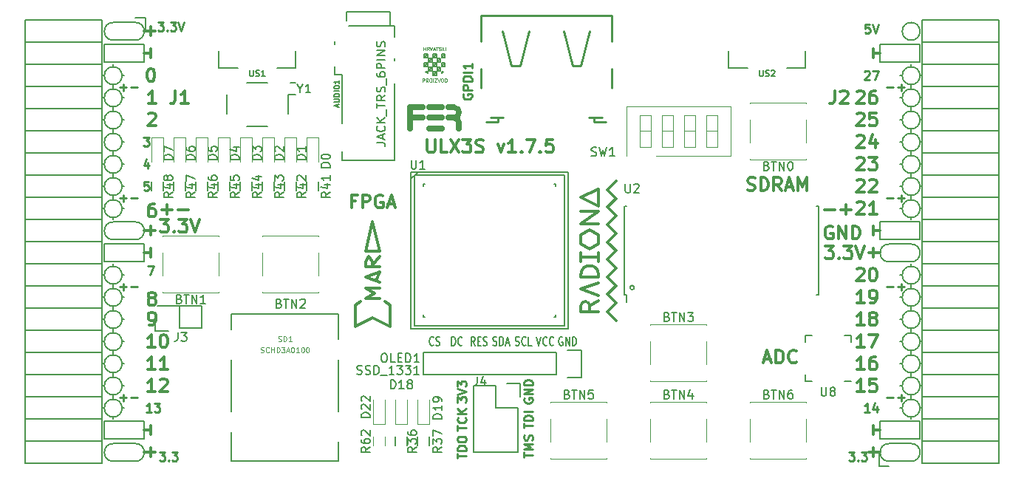
<source format=gto>
G04 #@! TF.FileFunction,Legend,Top*
%FSLAX46Y46*%
G04 Gerber Fmt 4.6, Leading zero omitted, Abs format (unit mm)*
G04 Created by KiCad (PCBNEW 4.0.7+dfsg1-1) date Sun Dec 17 18:43:24 2017*
%MOMM*%
%LPD*%
G01*
G04 APERTURE LIST*
%ADD10C,0.100000*%
%ADD11C,0.300000*%
%ADD12C,0.200000*%
%ADD13C,0.250000*%
%ADD14C,0.150000*%
%ADD15C,0.120000*%
%ADD16C,0.700000*%
%ADD17C,0.254000*%
%ADD18C,0.075000*%
%ADD19C,0.152400*%
%ADD20C,0.124460*%
G04 APERTURE END LIST*
D10*
D11*
X182492000Y-87582000D02*
X182492000Y-88598000D01*
X181984000Y-88090000D02*
X183254000Y-88090000D01*
X182492000Y-110442000D02*
X182492000Y-111458000D01*
X183254000Y-110950000D02*
X181984000Y-110950000D01*
X99688000Y-110442000D02*
X99688000Y-111458000D01*
X98926000Y-110950000D02*
X100196000Y-110950000D01*
X99688000Y-62182000D02*
X99688000Y-63198000D01*
X98926000Y-62690000D02*
X100196000Y-62690000D01*
X99688000Y-85042000D02*
X99688000Y-86058000D01*
X98926000Y-85550000D02*
X100196000Y-85550000D01*
D12*
X97910000Y-63706000D02*
G75*
G03X97910000Y-61674000I0J1016000D01*
G01*
X184270000Y-109934000D02*
G75*
G03X184270000Y-111966000I0J-1016000D01*
G01*
X95370000Y-111966000D02*
X97910000Y-111966000D01*
X95370000Y-109934000D02*
X97910000Y-109934000D01*
X97910000Y-111966000D02*
G75*
G03X97910000Y-109934000I0J1016000D01*
G01*
X95370000Y-109934000D02*
G75*
G03X95370000Y-111966000I0J-1016000D01*
G01*
X95370000Y-61674000D02*
X97910000Y-61674000D01*
X95370000Y-63706000D02*
X97910000Y-63706000D01*
X95370000Y-61674000D02*
G75*
G03X95370000Y-63706000I0J-1016000D01*
G01*
X95370000Y-84534000D02*
X97910000Y-84534000D01*
X95370000Y-86566000D02*
X97910000Y-86566000D01*
X95370000Y-84534000D02*
G75*
G03X95370000Y-86566000I0J-1016000D01*
G01*
X97910000Y-86566000D02*
G75*
G03X97910000Y-84534000I0J1016000D01*
G01*
X187826000Y-62690000D02*
G75*
G03X187826000Y-62690000I-1016000J0D01*
G01*
X184270000Y-89106000D02*
X186810000Y-89106000D01*
X184270000Y-87074000D02*
X186810000Y-87074000D01*
X184270000Y-87074000D02*
G75*
G03X184270000Y-89106000I0J-1016000D01*
G01*
X186810000Y-89106000D02*
G75*
G03X186810000Y-87074000I0J1016000D01*
G01*
X186810000Y-111966000D02*
X184270000Y-111966000D01*
X186810000Y-109934000D02*
X184270000Y-109934000D01*
X186810000Y-111966000D02*
G75*
G03X186810000Y-109934000I0J1016000D01*
G01*
X94354000Y-66246000D02*
X94354000Y-64214000D01*
X98926000Y-66246000D02*
X94354000Y-66246000D01*
X98926000Y-64214000D02*
X98926000Y-66246000D01*
X94354000Y-64214000D02*
X98926000Y-64214000D01*
X94354000Y-87074000D02*
X98926000Y-87074000D01*
X94354000Y-89106000D02*
X94354000Y-87074000D01*
X98926000Y-89106000D02*
X94354000Y-89106000D01*
X98926000Y-87074000D02*
X98926000Y-89106000D01*
X94354000Y-109426000D02*
X98926000Y-109426000D01*
X94354000Y-107394000D02*
X94354000Y-109426000D01*
X98926000Y-107394000D02*
X94354000Y-107394000D01*
X98926000Y-109426000D02*
X98926000Y-107394000D01*
X183254000Y-109426000D02*
X187826000Y-109426000D01*
X183254000Y-107394000D02*
X183254000Y-109426000D01*
X187826000Y-107394000D02*
X187826000Y-109426000D01*
X183254000Y-107394000D02*
X187826000Y-107394000D01*
X183254000Y-66246000D02*
X187826000Y-66246000D01*
X183254000Y-64214000D02*
X183254000Y-66246000D01*
X187826000Y-64214000D02*
X183254000Y-64214000D01*
X187826000Y-66246000D02*
X187826000Y-64214000D01*
X183254000Y-84534000D02*
X187826000Y-84534000D01*
X183254000Y-86566000D02*
X183254000Y-84534000D01*
X187826000Y-86566000D02*
X183254000Y-86566000D01*
X187826000Y-84534000D02*
X187826000Y-86566000D01*
D13*
X96148000Y-69111429D02*
X96909905Y-69111429D01*
X96528953Y-69492381D02*
X96528953Y-68730476D01*
X97386095Y-69111429D02*
X98148000Y-69111429D01*
X96148000Y-81811429D02*
X96909905Y-81811429D01*
X96528953Y-82192381D02*
X96528953Y-81430476D01*
X97386095Y-81811429D02*
X98148000Y-81811429D01*
X96148000Y-91971429D02*
X96909905Y-91971429D01*
X96528953Y-92352381D02*
X96528953Y-91590476D01*
X97386095Y-91971429D02*
X98148000Y-91971429D01*
X96148000Y-104671429D02*
X96909905Y-104671429D01*
X96528953Y-105052381D02*
X96528953Y-104290476D01*
X97386095Y-104671429D02*
X98148000Y-104671429D01*
X184032000Y-104671429D02*
X184793905Y-104671429D01*
X185270095Y-104671429D02*
X186032000Y-104671429D01*
X185651048Y-105052381D02*
X185651048Y-104290476D01*
X184032000Y-91971429D02*
X184793905Y-91971429D01*
X185270095Y-91971429D02*
X186032000Y-91971429D01*
X185651048Y-92352381D02*
X185651048Y-91590476D01*
X184032000Y-81811429D02*
X184793905Y-81811429D01*
X185270095Y-81811429D02*
X186032000Y-81811429D01*
X185651048Y-82192381D02*
X185651048Y-81430476D01*
X184032000Y-69111429D02*
X184793905Y-69111429D01*
X185270095Y-69111429D02*
X186032000Y-69111429D01*
X185651048Y-69492381D02*
X185651048Y-68730476D01*
D11*
X176928000Y-83117143D02*
X178070857Y-83117143D01*
X178785143Y-83117143D02*
X179928000Y-83117143D01*
X179356571Y-83688571D02*
X179356571Y-82545714D01*
D12*
X187826000Y-67770000D02*
G75*
G03X187826000Y-67770000I-1016000J0D01*
G01*
X187826000Y-70310000D02*
G75*
G03X187826000Y-70310000I-1016000J0D01*
G01*
X187826000Y-72850000D02*
G75*
G03X187826000Y-72850000I-1016000J0D01*
G01*
X187826000Y-75390000D02*
G75*
G03X187826000Y-75390000I-1016000J0D01*
G01*
X187826000Y-77930000D02*
G75*
G03X187826000Y-77930000I-1016000J0D01*
G01*
X187826000Y-80470000D02*
G75*
G03X187826000Y-80470000I-1016000J0D01*
G01*
X187826000Y-83010000D02*
G75*
G03X187826000Y-83010000I-1016000J0D01*
G01*
X187826000Y-90630000D02*
G75*
G03X187826000Y-90630000I-1016000J0D01*
G01*
X187826000Y-93170000D02*
G75*
G03X187826000Y-93170000I-1016000J0D01*
G01*
X187826000Y-95710000D02*
G75*
G03X187826000Y-95710000I-1016000J0D01*
G01*
X187826000Y-98250000D02*
G75*
G03X187826000Y-98250000I-1016000J0D01*
G01*
X187826000Y-100790000D02*
G75*
G03X187826000Y-100790000I-1016000J0D01*
G01*
X187826000Y-103330000D02*
G75*
G03X187826000Y-103330000I-1016000J0D01*
G01*
X187826000Y-105870000D02*
G75*
G03X187826000Y-105870000I-1016000J0D01*
G01*
X96386000Y-105870000D02*
G75*
G03X96386000Y-105870000I-1016000J0D01*
G01*
X96386000Y-103330000D02*
G75*
G03X96386000Y-103330000I-1016000J0D01*
G01*
X96386000Y-100790000D02*
G75*
G03X96386000Y-100790000I-1016000J0D01*
G01*
X96386000Y-98250000D02*
G75*
G03X96386000Y-98250000I-1016000J0D01*
G01*
X96386000Y-95710000D02*
G75*
G03X96386000Y-95710000I-1016000J0D01*
G01*
X96386000Y-93170000D02*
G75*
G03X96386000Y-93170000I-1016000J0D01*
G01*
X96386000Y-90630000D02*
G75*
G03X96386000Y-90630000I-1016000J0D01*
G01*
X96386000Y-83010000D02*
G75*
G03X96386000Y-83010000I-1016000J0D01*
G01*
X96386000Y-80470000D02*
G75*
G03X96386000Y-80470000I-1016000J0D01*
G01*
X96386000Y-77930000D02*
G75*
G03X96386000Y-77930000I-1016000J0D01*
G01*
X96386000Y-75390000D02*
G75*
G03X96386000Y-75390000I-1016000J0D01*
G01*
X96386000Y-72850000D02*
G75*
G03X96386000Y-72850000I-1016000J0D01*
G01*
X96386000Y-70310000D02*
G75*
G03X96386000Y-70310000I-1016000J0D01*
G01*
X96386000Y-67770000D02*
G75*
G03X96386000Y-67770000I-1016000J0D01*
G01*
D11*
X177793143Y-85054000D02*
X177650286Y-84982571D01*
X177436000Y-84982571D01*
X177221715Y-85054000D01*
X177078857Y-85196857D01*
X177007429Y-85339714D01*
X176936000Y-85625429D01*
X176936000Y-85839714D01*
X177007429Y-86125429D01*
X177078857Y-86268286D01*
X177221715Y-86411143D01*
X177436000Y-86482571D01*
X177578857Y-86482571D01*
X177793143Y-86411143D01*
X177864572Y-86339714D01*
X177864572Y-85839714D01*
X177578857Y-85839714D01*
X178507429Y-86482571D02*
X178507429Y-84982571D01*
X179364572Y-86482571D01*
X179364572Y-84982571D01*
X180078858Y-86482571D02*
X180078858Y-84982571D01*
X180436001Y-84982571D01*
X180650286Y-85054000D01*
X180793144Y-85196857D01*
X180864572Y-85339714D01*
X180936001Y-85625429D01*
X180936001Y-85839714D01*
X180864572Y-86125429D01*
X180793144Y-86268286D01*
X180650286Y-86411143D01*
X180436001Y-86482571D01*
X180078858Y-86482571D01*
X182492000Y-86058000D02*
X182492000Y-85042000D01*
X183254000Y-85550000D02*
X182492000Y-85550000D01*
X182492000Y-107902000D02*
X182492000Y-108918000D01*
X182492000Y-108410000D02*
X183254000Y-108410000D01*
D13*
X182047524Y-106322381D02*
X181476095Y-106322381D01*
X181761809Y-106322381D02*
X181761809Y-105322381D01*
X181666571Y-105465238D01*
X181571333Y-105560476D01*
X181476095Y-105608095D01*
X182904667Y-105655714D02*
X182904667Y-106322381D01*
X182666571Y-105274762D02*
X182428476Y-105989048D01*
X183047524Y-105989048D01*
X181476095Y-67317619D02*
X181523714Y-67270000D01*
X181618952Y-67222381D01*
X181857048Y-67222381D01*
X181952286Y-67270000D01*
X181999905Y-67317619D01*
X182047524Y-67412857D01*
X182047524Y-67508095D01*
X181999905Y-67650952D01*
X181428476Y-68222381D01*
X182047524Y-68222381D01*
X182380857Y-67222381D02*
X183047524Y-67222381D01*
X182618952Y-68222381D01*
D11*
X182492000Y-64722000D02*
X182492000Y-65738000D01*
X182492000Y-65230000D02*
X183254000Y-65230000D01*
X99688000Y-107902000D02*
X99688000Y-108918000D01*
X98926000Y-108410000D02*
X99688000Y-108410000D01*
D13*
X98846667Y-74842381D02*
X99465715Y-74842381D01*
X99132381Y-75223333D01*
X99275239Y-75223333D01*
X99370477Y-75270952D01*
X99418096Y-75318571D01*
X99465715Y-75413810D01*
X99465715Y-75651905D01*
X99418096Y-75747143D01*
X99370477Y-75794762D01*
X99275239Y-75842381D01*
X98989524Y-75842381D01*
X98894286Y-75794762D01*
X98846667Y-75747143D01*
X99370477Y-77715714D02*
X99370477Y-78382381D01*
X99132381Y-77334762D02*
X98894286Y-78049048D01*
X99513334Y-78049048D01*
X99418096Y-79922381D02*
X98941905Y-79922381D01*
X98894286Y-80398571D01*
X98941905Y-80350952D01*
X99037143Y-80303333D01*
X99275239Y-80303333D01*
X99370477Y-80350952D01*
X99418096Y-80398571D01*
X99465715Y-80493810D01*
X99465715Y-80731905D01*
X99418096Y-80827143D01*
X99370477Y-80874762D01*
X99275239Y-80922381D01*
X99037143Y-80922381D01*
X98941905Y-80874762D01*
X98894286Y-80827143D01*
X99751524Y-106322381D02*
X99180095Y-106322381D01*
X99465809Y-106322381D02*
X99465809Y-105322381D01*
X99370571Y-105465238D01*
X99275333Y-105560476D01*
X99180095Y-105608095D01*
X100084857Y-105322381D02*
X100703905Y-105322381D01*
X100370571Y-105703333D01*
X100513429Y-105703333D01*
X100608667Y-105750952D01*
X100656286Y-105798571D01*
X100703905Y-105893810D01*
X100703905Y-106131905D01*
X100656286Y-106227143D01*
X100608667Y-106274762D01*
X100513429Y-106322381D01*
X100227714Y-106322381D01*
X100132476Y-106274762D01*
X100084857Y-106227143D01*
X99354667Y-89574381D02*
X100021334Y-89574381D01*
X99592762Y-90574381D01*
D11*
X99688000Y-87582000D02*
X99688000Y-88598000D01*
X98926000Y-88090000D02*
X99688000Y-88090000D01*
X99688000Y-64722000D02*
X99688000Y-65738000D01*
X98926000Y-65230000D02*
X99688000Y-65230000D01*
D13*
X100497810Y-61634381D02*
X101116858Y-61634381D01*
X100783524Y-62015333D01*
X100926382Y-62015333D01*
X101021620Y-62062952D01*
X101069239Y-62110571D01*
X101116858Y-62205810D01*
X101116858Y-62443905D01*
X101069239Y-62539143D01*
X101021620Y-62586762D01*
X100926382Y-62634381D01*
X100640667Y-62634381D01*
X100545429Y-62586762D01*
X100497810Y-62539143D01*
X101545429Y-62539143D02*
X101593048Y-62586762D01*
X101545429Y-62634381D01*
X101497810Y-62586762D01*
X101545429Y-62539143D01*
X101545429Y-62634381D01*
X101926381Y-61634381D02*
X102545429Y-61634381D01*
X102212095Y-62015333D01*
X102354953Y-62015333D01*
X102450191Y-62062952D01*
X102497810Y-62110571D01*
X102545429Y-62205810D01*
X102545429Y-62443905D01*
X102497810Y-62539143D01*
X102450191Y-62586762D01*
X102354953Y-62634381D01*
X102069238Y-62634381D01*
X101974000Y-62586762D01*
X101926381Y-62539143D01*
X102831143Y-61634381D02*
X103164476Y-62634381D01*
X103497810Y-61634381D01*
X179666381Y-110910381D02*
X180285429Y-110910381D01*
X179952095Y-111291333D01*
X180094953Y-111291333D01*
X180190191Y-111338952D01*
X180237810Y-111386571D01*
X180285429Y-111481810D01*
X180285429Y-111719905D01*
X180237810Y-111815143D01*
X180190191Y-111862762D01*
X180094953Y-111910381D01*
X179809238Y-111910381D01*
X179714000Y-111862762D01*
X179666381Y-111815143D01*
X180714000Y-111815143D02*
X180761619Y-111862762D01*
X180714000Y-111910381D01*
X180666381Y-111862762D01*
X180714000Y-111815143D01*
X180714000Y-111910381D01*
X181094952Y-110910381D02*
X181714000Y-110910381D01*
X181380666Y-111291333D01*
X181523524Y-111291333D01*
X181618762Y-111338952D01*
X181666381Y-111386571D01*
X181714000Y-111481810D01*
X181714000Y-111719905D01*
X181666381Y-111815143D01*
X181618762Y-111862762D01*
X181523524Y-111910381D01*
X181237809Y-111910381D01*
X181142571Y-111862762D01*
X181094952Y-111815143D01*
D11*
X100775715Y-84220571D02*
X101704286Y-84220571D01*
X101204286Y-84792000D01*
X101418572Y-84792000D01*
X101561429Y-84863429D01*
X101632858Y-84934857D01*
X101704286Y-85077714D01*
X101704286Y-85434857D01*
X101632858Y-85577714D01*
X101561429Y-85649143D01*
X101418572Y-85720571D01*
X100990000Y-85720571D01*
X100847143Y-85649143D01*
X100775715Y-85577714D01*
X102347143Y-85577714D02*
X102418571Y-85649143D01*
X102347143Y-85720571D01*
X102275714Y-85649143D01*
X102347143Y-85577714D01*
X102347143Y-85720571D01*
X102918572Y-84220571D02*
X103847143Y-84220571D01*
X103347143Y-84792000D01*
X103561429Y-84792000D01*
X103704286Y-84863429D01*
X103775715Y-84934857D01*
X103847143Y-85077714D01*
X103847143Y-85434857D01*
X103775715Y-85577714D01*
X103704286Y-85649143D01*
X103561429Y-85720571D01*
X103132857Y-85720571D01*
X102990000Y-85649143D01*
X102918572Y-85577714D01*
X104275714Y-84220571D02*
X104775714Y-85720571D01*
X105275714Y-84220571D01*
D13*
X100672381Y-110910381D02*
X101291429Y-110910381D01*
X100958095Y-111291333D01*
X101100953Y-111291333D01*
X101196191Y-111338952D01*
X101243810Y-111386571D01*
X101291429Y-111481810D01*
X101291429Y-111719905D01*
X101243810Y-111815143D01*
X101196191Y-111862762D01*
X101100953Y-111910381D01*
X100815238Y-111910381D01*
X100720000Y-111862762D01*
X100672381Y-111815143D01*
X101720000Y-111815143D02*
X101767619Y-111862762D01*
X101720000Y-111910381D01*
X101672381Y-111862762D01*
X101720000Y-111815143D01*
X101720000Y-111910381D01*
X102100952Y-110910381D02*
X102720000Y-110910381D01*
X102386666Y-111291333D01*
X102529524Y-111291333D01*
X102624762Y-111338952D01*
X102672381Y-111386571D01*
X102720000Y-111481810D01*
X102720000Y-111719905D01*
X102672381Y-111815143D01*
X102624762Y-111862762D01*
X102529524Y-111910381D01*
X102243809Y-111910381D01*
X102148571Y-111862762D01*
X102100952Y-111815143D01*
X182047524Y-61888381D02*
X181571333Y-61888381D01*
X181523714Y-62364571D01*
X181571333Y-62316952D01*
X181666571Y-62269333D01*
X181904667Y-62269333D01*
X181999905Y-62316952D01*
X182047524Y-62364571D01*
X182095143Y-62459810D01*
X182095143Y-62697905D01*
X182047524Y-62793143D01*
X181999905Y-62840762D01*
X181904667Y-62888381D01*
X181666571Y-62888381D01*
X181571333Y-62840762D01*
X181523714Y-62793143D01*
X182380857Y-61888381D02*
X182714190Y-62888381D01*
X183047524Y-61888381D01*
D11*
X180587143Y-69631429D02*
X180658572Y-69560000D01*
X180801429Y-69488571D01*
X181158572Y-69488571D01*
X181301429Y-69560000D01*
X181372858Y-69631429D01*
X181444286Y-69774286D01*
X181444286Y-69917143D01*
X181372858Y-70131429D01*
X180515715Y-70988571D01*
X181444286Y-70988571D01*
X182730000Y-69488571D02*
X182444286Y-69488571D01*
X182301429Y-69560000D01*
X182230000Y-69631429D01*
X182087143Y-69845714D01*
X182015714Y-70131429D01*
X182015714Y-70702857D01*
X182087143Y-70845714D01*
X182158571Y-70917143D01*
X182301429Y-70988571D01*
X182587143Y-70988571D01*
X182730000Y-70917143D01*
X182801429Y-70845714D01*
X182872857Y-70702857D01*
X182872857Y-70345714D01*
X182801429Y-70202857D01*
X182730000Y-70131429D01*
X182587143Y-70060000D01*
X182301429Y-70060000D01*
X182158571Y-70131429D01*
X182087143Y-70202857D01*
X182015714Y-70345714D01*
X180587143Y-72171429D02*
X180658572Y-72100000D01*
X180801429Y-72028571D01*
X181158572Y-72028571D01*
X181301429Y-72100000D01*
X181372858Y-72171429D01*
X181444286Y-72314286D01*
X181444286Y-72457143D01*
X181372858Y-72671429D01*
X180515715Y-73528571D01*
X181444286Y-73528571D01*
X182801429Y-72028571D02*
X182087143Y-72028571D01*
X182015714Y-72742857D01*
X182087143Y-72671429D01*
X182230000Y-72600000D01*
X182587143Y-72600000D01*
X182730000Y-72671429D01*
X182801429Y-72742857D01*
X182872857Y-72885714D01*
X182872857Y-73242857D01*
X182801429Y-73385714D01*
X182730000Y-73457143D01*
X182587143Y-73528571D01*
X182230000Y-73528571D01*
X182087143Y-73457143D01*
X182015714Y-73385714D01*
X180587143Y-74711429D02*
X180658572Y-74640000D01*
X180801429Y-74568571D01*
X181158572Y-74568571D01*
X181301429Y-74640000D01*
X181372858Y-74711429D01*
X181444286Y-74854286D01*
X181444286Y-74997143D01*
X181372858Y-75211429D01*
X180515715Y-76068571D01*
X181444286Y-76068571D01*
X182730000Y-75068571D02*
X182730000Y-76068571D01*
X182372857Y-74497143D02*
X182015714Y-75568571D01*
X182944286Y-75568571D01*
X180587143Y-77251429D02*
X180658572Y-77180000D01*
X180801429Y-77108571D01*
X181158572Y-77108571D01*
X181301429Y-77180000D01*
X181372858Y-77251429D01*
X181444286Y-77394286D01*
X181444286Y-77537143D01*
X181372858Y-77751429D01*
X180515715Y-78608571D01*
X181444286Y-78608571D01*
X181944286Y-77108571D02*
X182872857Y-77108571D01*
X182372857Y-77680000D01*
X182587143Y-77680000D01*
X182730000Y-77751429D01*
X182801429Y-77822857D01*
X182872857Y-77965714D01*
X182872857Y-78322857D01*
X182801429Y-78465714D01*
X182730000Y-78537143D01*
X182587143Y-78608571D01*
X182158571Y-78608571D01*
X182015714Y-78537143D01*
X181944286Y-78465714D01*
X180587143Y-79791429D02*
X180658572Y-79720000D01*
X180801429Y-79648571D01*
X181158572Y-79648571D01*
X181301429Y-79720000D01*
X181372858Y-79791429D01*
X181444286Y-79934286D01*
X181444286Y-80077143D01*
X181372858Y-80291429D01*
X180515715Y-81148571D01*
X181444286Y-81148571D01*
X182015714Y-79791429D02*
X182087143Y-79720000D01*
X182230000Y-79648571D01*
X182587143Y-79648571D01*
X182730000Y-79720000D01*
X182801429Y-79791429D01*
X182872857Y-79934286D01*
X182872857Y-80077143D01*
X182801429Y-80291429D01*
X181944286Y-81148571D01*
X182872857Y-81148571D01*
X180587143Y-82331429D02*
X180658572Y-82260000D01*
X180801429Y-82188571D01*
X181158572Y-82188571D01*
X181301429Y-82260000D01*
X181372858Y-82331429D01*
X181444286Y-82474286D01*
X181444286Y-82617143D01*
X181372858Y-82831429D01*
X180515715Y-83688571D01*
X181444286Y-83688571D01*
X182872857Y-83688571D02*
X182015714Y-83688571D01*
X182444286Y-83688571D02*
X182444286Y-82188571D01*
X182301429Y-82402857D01*
X182158571Y-82545714D01*
X182015714Y-82617143D01*
X176975715Y-87268571D02*
X177904286Y-87268571D01*
X177404286Y-87840000D01*
X177618572Y-87840000D01*
X177761429Y-87911429D01*
X177832858Y-87982857D01*
X177904286Y-88125714D01*
X177904286Y-88482857D01*
X177832858Y-88625714D01*
X177761429Y-88697143D01*
X177618572Y-88768571D01*
X177190000Y-88768571D01*
X177047143Y-88697143D01*
X176975715Y-88625714D01*
X178547143Y-88625714D02*
X178618571Y-88697143D01*
X178547143Y-88768571D01*
X178475714Y-88697143D01*
X178547143Y-88625714D01*
X178547143Y-88768571D01*
X179118572Y-87268571D02*
X180047143Y-87268571D01*
X179547143Y-87840000D01*
X179761429Y-87840000D01*
X179904286Y-87911429D01*
X179975715Y-87982857D01*
X180047143Y-88125714D01*
X180047143Y-88482857D01*
X179975715Y-88625714D01*
X179904286Y-88697143D01*
X179761429Y-88768571D01*
X179332857Y-88768571D01*
X179190000Y-88697143D01*
X179118572Y-88625714D01*
X180475714Y-87268571D02*
X180975714Y-88768571D01*
X181475714Y-87268571D01*
X180587143Y-89951429D02*
X180658572Y-89880000D01*
X180801429Y-89808571D01*
X181158572Y-89808571D01*
X181301429Y-89880000D01*
X181372858Y-89951429D01*
X181444286Y-90094286D01*
X181444286Y-90237143D01*
X181372858Y-90451429D01*
X180515715Y-91308571D01*
X181444286Y-91308571D01*
X182372857Y-89808571D02*
X182515714Y-89808571D01*
X182658571Y-89880000D01*
X182730000Y-89951429D01*
X182801429Y-90094286D01*
X182872857Y-90380000D01*
X182872857Y-90737143D01*
X182801429Y-91022857D01*
X182730000Y-91165714D01*
X182658571Y-91237143D01*
X182515714Y-91308571D01*
X182372857Y-91308571D01*
X182230000Y-91237143D01*
X182158571Y-91165714D01*
X182087143Y-91022857D01*
X182015714Y-90737143D01*
X182015714Y-90380000D01*
X182087143Y-90094286D01*
X182158571Y-89951429D01*
X182230000Y-89880000D01*
X182372857Y-89808571D01*
X181444286Y-93848571D02*
X180587143Y-93848571D01*
X181015715Y-93848571D02*
X181015715Y-92348571D01*
X180872858Y-92562857D01*
X180730000Y-92705714D01*
X180587143Y-92777143D01*
X182158571Y-93848571D02*
X182444286Y-93848571D01*
X182587143Y-93777143D01*
X182658571Y-93705714D01*
X182801429Y-93491429D01*
X182872857Y-93205714D01*
X182872857Y-92634286D01*
X182801429Y-92491429D01*
X182730000Y-92420000D01*
X182587143Y-92348571D01*
X182301429Y-92348571D01*
X182158571Y-92420000D01*
X182087143Y-92491429D01*
X182015714Y-92634286D01*
X182015714Y-92991429D01*
X182087143Y-93134286D01*
X182158571Y-93205714D01*
X182301429Y-93277143D01*
X182587143Y-93277143D01*
X182730000Y-93205714D01*
X182801429Y-93134286D01*
X182872857Y-92991429D01*
X181444286Y-96388571D02*
X180587143Y-96388571D01*
X181015715Y-96388571D02*
X181015715Y-94888571D01*
X180872858Y-95102857D01*
X180730000Y-95245714D01*
X180587143Y-95317143D01*
X182301429Y-95531429D02*
X182158571Y-95460000D01*
X182087143Y-95388571D01*
X182015714Y-95245714D01*
X182015714Y-95174286D01*
X182087143Y-95031429D01*
X182158571Y-94960000D01*
X182301429Y-94888571D01*
X182587143Y-94888571D01*
X182730000Y-94960000D01*
X182801429Y-95031429D01*
X182872857Y-95174286D01*
X182872857Y-95245714D01*
X182801429Y-95388571D01*
X182730000Y-95460000D01*
X182587143Y-95531429D01*
X182301429Y-95531429D01*
X182158571Y-95602857D01*
X182087143Y-95674286D01*
X182015714Y-95817143D01*
X182015714Y-96102857D01*
X182087143Y-96245714D01*
X182158571Y-96317143D01*
X182301429Y-96388571D01*
X182587143Y-96388571D01*
X182730000Y-96317143D01*
X182801429Y-96245714D01*
X182872857Y-96102857D01*
X182872857Y-95817143D01*
X182801429Y-95674286D01*
X182730000Y-95602857D01*
X182587143Y-95531429D01*
X181444286Y-98928571D02*
X180587143Y-98928571D01*
X181015715Y-98928571D02*
X181015715Y-97428571D01*
X180872858Y-97642857D01*
X180730000Y-97785714D01*
X180587143Y-97857143D01*
X181944286Y-97428571D02*
X182944286Y-97428571D01*
X182301429Y-98928571D01*
X181444286Y-101468571D02*
X180587143Y-101468571D01*
X181015715Y-101468571D02*
X181015715Y-99968571D01*
X180872858Y-100182857D01*
X180730000Y-100325714D01*
X180587143Y-100397143D01*
X182730000Y-99968571D02*
X182444286Y-99968571D01*
X182301429Y-100040000D01*
X182230000Y-100111429D01*
X182087143Y-100325714D01*
X182015714Y-100611429D01*
X182015714Y-101182857D01*
X182087143Y-101325714D01*
X182158571Y-101397143D01*
X182301429Y-101468571D01*
X182587143Y-101468571D01*
X182730000Y-101397143D01*
X182801429Y-101325714D01*
X182872857Y-101182857D01*
X182872857Y-100825714D01*
X182801429Y-100682857D01*
X182730000Y-100611429D01*
X182587143Y-100540000D01*
X182301429Y-100540000D01*
X182158571Y-100611429D01*
X182087143Y-100682857D01*
X182015714Y-100825714D01*
X181444286Y-104008571D02*
X180587143Y-104008571D01*
X181015715Y-104008571D02*
X181015715Y-102508571D01*
X180872858Y-102722857D01*
X180730000Y-102865714D01*
X180587143Y-102937143D01*
X182801429Y-102508571D02*
X182087143Y-102508571D01*
X182015714Y-103222857D01*
X182087143Y-103151429D01*
X182230000Y-103080000D01*
X182587143Y-103080000D01*
X182730000Y-103151429D01*
X182801429Y-103222857D01*
X182872857Y-103365714D01*
X182872857Y-103722857D01*
X182801429Y-103865714D01*
X182730000Y-103937143D01*
X182587143Y-104008571D01*
X182230000Y-104008571D01*
X182087143Y-103937143D01*
X182015714Y-103865714D01*
D12*
X186810000Y-66500000D02*
X186810000Y-66754000D01*
X187826000Y-67770000D02*
X188080000Y-67770000D01*
X185540000Y-67770000D02*
X185794000Y-67770000D01*
X186810000Y-69294000D02*
X186810000Y-68786000D01*
X187826000Y-70310000D02*
X188080000Y-70310000D01*
X185540000Y-70310000D02*
X185794000Y-70310000D01*
X186810000Y-71326000D02*
X186810000Y-71834000D01*
X187826000Y-72850000D02*
X188080000Y-72850000D01*
X185540000Y-72850000D02*
X185794000Y-72850000D01*
X186810000Y-73866000D02*
X186810000Y-74374000D01*
X187826000Y-75390000D02*
X188080000Y-75390000D01*
X185540000Y-75390000D02*
X185794000Y-75390000D01*
X186810000Y-76406000D02*
X186810000Y-76914000D01*
X187826000Y-77930000D02*
X188080000Y-77930000D01*
X185540000Y-77930000D02*
X185794000Y-77930000D01*
X186810000Y-79454000D02*
X186810000Y-78946000D01*
X187826000Y-80470000D02*
X188080000Y-80470000D01*
X185540000Y-80470000D02*
X185794000Y-80470000D01*
X186810000Y-81994000D02*
X186810000Y-81486000D01*
X187826000Y-83010000D02*
X188080000Y-83010000D01*
X185540000Y-83010000D02*
X185794000Y-83010000D01*
X186810000Y-84026000D02*
X186810000Y-84280000D01*
X186810000Y-89360000D02*
X186810000Y-89614000D01*
X187826000Y-90630000D02*
X188080000Y-90630000D01*
X185540000Y-90630000D02*
X185794000Y-90630000D01*
X186810000Y-91646000D02*
X186810000Y-92154000D01*
X187826000Y-93170000D02*
X188080000Y-93170000D01*
X185540000Y-93170000D02*
X185794000Y-93170000D01*
X186810000Y-94186000D02*
X186810000Y-94694000D01*
X187826000Y-95710000D02*
X188080000Y-95710000D01*
X185540000Y-95710000D02*
X185794000Y-95710000D01*
X186810000Y-97234000D02*
X186810000Y-96726000D01*
X187826000Y-98250000D02*
X188080000Y-98250000D01*
X185540000Y-98250000D02*
X185794000Y-98250000D01*
X187826000Y-100790000D02*
X188080000Y-100790000D01*
X185540000Y-100790000D02*
X185794000Y-100790000D01*
X186810000Y-99266000D02*
X186810000Y-99774000D01*
X186810000Y-102314000D02*
X186810000Y-101806000D01*
X187826000Y-103330000D02*
X188080000Y-103330000D01*
X185540000Y-103330000D02*
X185794000Y-103330000D01*
X186810000Y-104346000D02*
X186810000Y-104854000D01*
X185540000Y-105870000D02*
X185794000Y-105870000D01*
X187826000Y-105870000D02*
X188080000Y-105870000D01*
X186810000Y-106886000D02*
X186810000Y-107140000D01*
X95370000Y-66754000D02*
X95370000Y-66500000D01*
X96386000Y-67770000D02*
X96640000Y-67770000D01*
X94100000Y-67770000D02*
X94354000Y-67770000D01*
X95370000Y-68786000D02*
X95370000Y-69294000D01*
X96386000Y-70310000D02*
X96640000Y-70310000D01*
X94100000Y-70310000D02*
X94354000Y-70310000D01*
X95370000Y-71326000D02*
X95370000Y-71834000D01*
X96386000Y-72850000D02*
X96640000Y-72850000D01*
X94100000Y-72850000D02*
X94354000Y-72850000D01*
X95370000Y-73866000D02*
X95370000Y-74374000D01*
X96386000Y-75390000D02*
X96640000Y-75390000D01*
X95370000Y-76406000D02*
X95370000Y-76914000D01*
X96386000Y-77930000D02*
X96640000Y-77930000D01*
X94100000Y-77930000D02*
X94354000Y-77930000D01*
X95370000Y-79454000D02*
X95370000Y-78946000D01*
X96386000Y-80470000D02*
X96640000Y-80470000D01*
X94100000Y-80470000D02*
X94354000Y-80470000D01*
X95370000Y-81486000D02*
X95370000Y-81994000D01*
X96386000Y-83010000D02*
X96640000Y-83010000D01*
X95370000Y-84026000D02*
X95370000Y-84280000D01*
X94100000Y-83010000D02*
X94354000Y-83010000D01*
X95370000Y-106886000D02*
X95370000Y-107140000D01*
X95370000Y-89360000D02*
X95370000Y-89614000D01*
X96386000Y-93170000D02*
X96640000Y-93170000D01*
X94100000Y-93170000D02*
X94354000Y-93170000D01*
X95370000Y-94186000D02*
X95370000Y-94694000D01*
X94100000Y-90630000D02*
X94354000Y-90630000D01*
X96386000Y-90630000D02*
X96640000Y-90630000D01*
X95370000Y-92154000D02*
X95370000Y-91646000D01*
X96386000Y-95710000D02*
X96640000Y-95710000D01*
X94100000Y-95710000D02*
X94354000Y-95710000D01*
X96386000Y-98250000D02*
X96640000Y-98250000D01*
X94354000Y-98250000D02*
X94100000Y-98250000D01*
X95370000Y-96726000D02*
X95370000Y-97234000D01*
X95370000Y-99266000D02*
X95370000Y-99774000D01*
X94100000Y-100790000D02*
X94354000Y-100790000D01*
X96386000Y-100790000D02*
X96640000Y-100790000D01*
X94100000Y-103330000D02*
X94354000Y-103330000D01*
X96386000Y-103330000D02*
X96640000Y-103330000D01*
X95370000Y-101806000D02*
X95370000Y-102314000D01*
X95370000Y-104346000D02*
X95370000Y-104854000D01*
X96386000Y-105870000D02*
X96640000Y-105870000D01*
X94100000Y-105870000D02*
X94354000Y-105870000D01*
D11*
X100982000Y-83117143D02*
X102124857Y-83117143D01*
X101553428Y-83688571D02*
X101553428Y-82545714D01*
X102839143Y-83117143D02*
X103982000Y-83117143D01*
X100164286Y-104008571D02*
X99307143Y-104008571D01*
X99735715Y-104008571D02*
X99735715Y-102508571D01*
X99592858Y-102722857D01*
X99450000Y-102865714D01*
X99307143Y-102937143D01*
X100735714Y-102651429D02*
X100807143Y-102580000D01*
X100950000Y-102508571D01*
X101307143Y-102508571D01*
X101450000Y-102580000D01*
X101521429Y-102651429D01*
X101592857Y-102794286D01*
X101592857Y-102937143D01*
X101521429Y-103151429D01*
X100664286Y-104008571D01*
X101592857Y-104008571D01*
X100164286Y-101468571D02*
X99307143Y-101468571D01*
X99735715Y-101468571D02*
X99735715Y-99968571D01*
X99592858Y-100182857D01*
X99450000Y-100325714D01*
X99307143Y-100397143D01*
X101592857Y-101468571D02*
X100735714Y-101468571D01*
X101164286Y-101468571D02*
X101164286Y-99968571D01*
X101021429Y-100182857D01*
X100878571Y-100325714D01*
X100735714Y-100397143D01*
X100164286Y-98928571D02*
X99307143Y-98928571D01*
X99735715Y-98928571D02*
X99735715Y-97428571D01*
X99592858Y-97642857D01*
X99450000Y-97785714D01*
X99307143Y-97857143D01*
X101092857Y-97428571D02*
X101235714Y-97428571D01*
X101378571Y-97500000D01*
X101450000Y-97571429D01*
X101521429Y-97714286D01*
X101592857Y-98000000D01*
X101592857Y-98357143D01*
X101521429Y-98642857D01*
X101450000Y-98785714D01*
X101378571Y-98857143D01*
X101235714Y-98928571D01*
X101092857Y-98928571D01*
X100950000Y-98857143D01*
X100878571Y-98785714D01*
X100807143Y-98642857D01*
X100735714Y-98357143D01*
X100735714Y-98000000D01*
X100807143Y-97714286D01*
X100878571Y-97571429D01*
X100950000Y-97500000D01*
X101092857Y-97428571D01*
X99529286Y-96388571D02*
X99815001Y-96388571D01*
X99957858Y-96317143D01*
X100029286Y-96245714D01*
X100172144Y-96031429D01*
X100243572Y-95745714D01*
X100243572Y-95174286D01*
X100172144Y-95031429D01*
X100100715Y-94960000D01*
X99957858Y-94888571D01*
X99672144Y-94888571D01*
X99529286Y-94960000D01*
X99457858Y-95031429D01*
X99386429Y-95174286D01*
X99386429Y-95531429D01*
X99457858Y-95674286D01*
X99529286Y-95745714D01*
X99672144Y-95817143D01*
X99957858Y-95817143D01*
X100100715Y-95745714D01*
X100172144Y-95674286D01*
X100243572Y-95531429D01*
X99672144Y-93245429D02*
X99529286Y-93174000D01*
X99457858Y-93102571D01*
X99386429Y-92959714D01*
X99386429Y-92888286D01*
X99457858Y-92745429D01*
X99529286Y-92674000D01*
X99672144Y-92602571D01*
X99957858Y-92602571D01*
X100100715Y-92674000D01*
X100172144Y-92745429D01*
X100243572Y-92888286D01*
X100243572Y-92959714D01*
X100172144Y-93102571D01*
X100100715Y-93174000D01*
X99957858Y-93245429D01*
X99672144Y-93245429D01*
X99529286Y-93316857D01*
X99457858Y-93388286D01*
X99386429Y-93531143D01*
X99386429Y-93816857D01*
X99457858Y-93959714D01*
X99529286Y-94031143D01*
X99672144Y-94102571D01*
X99957858Y-94102571D01*
X100100715Y-94031143D01*
X100172144Y-93959714D01*
X100243572Y-93816857D01*
X100243572Y-93531143D01*
X100172144Y-93388286D01*
X100100715Y-93316857D01*
X99957858Y-93245429D01*
X100100715Y-82442571D02*
X99815001Y-82442571D01*
X99672144Y-82514000D01*
X99600715Y-82585429D01*
X99457858Y-82799714D01*
X99386429Y-83085429D01*
X99386429Y-83656857D01*
X99457858Y-83799714D01*
X99529286Y-83871143D01*
X99672144Y-83942571D01*
X99957858Y-83942571D01*
X100100715Y-83871143D01*
X100172144Y-83799714D01*
X100243572Y-83656857D01*
X100243572Y-83299714D01*
X100172144Y-83156857D01*
X100100715Y-83085429D01*
X99957858Y-83014000D01*
X99672144Y-83014000D01*
X99529286Y-83085429D01*
X99457858Y-83156857D01*
X99386429Y-83299714D01*
X99386429Y-72171429D02*
X99457858Y-72100000D01*
X99600715Y-72028571D01*
X99957858Y-72028571D01*
X100100715Y-72100000D01*
X100172144Y-72171429D01*
X100243572Y-72314286D01*
X100243572Y-72457143D01*
X100172144Y-72671429D01*
X99315001Y-73528571D01*
X100243572Y-73528571D01*
X100243572Y-70988571D02*
X99386429Y-70988571D01*
X99815001Y-70988571D02*
X99815001Y-69488571D01*
X99672144Y-69702857D01*
X99529286Y-69845714D01*
X99386429Y-69917143D01*
X99616572Y-66948571D02*
X99759429Y-66948571D01*
X99902286Y-67020000D01*
X99973715Y-67091429D01*
X100045144Y-67234286D01*
X100116572Y-67520000D01*
X100116572Y-67877143D01*
X100045144Y-68162857D01*
X99973715Y-68305714D01*
X99902286Y-68377143D01*
X99759429Y-68448571D01*
X99616572Y-68448571D01*
X99473715Y-68377143D01*
X99402286Y-68305714D01*
X99330858Y-68162857D01*
X99259429Y-67877143D01*
X99259429Y-67520000D01*
X99330858Y-67234286D01*
X99402286Y-67091429D01*
X99473715Y-67020000D01*
X99616572Y-66948571D01*
X131371430Y-75076571D02*
X131371430Y-76290857D01*
X131442858Y-76433714D01*
X131514287Y-76505143D01*
X131657144Y-76576571D01*
X131942858Y-76576571D01*
X132085716Y-76505143D01*
X132157144Y-76433714D01*
X132228573Y-76290857D01*
X132228573Y-75076571D01*
X133657145Y-76576571D02*
X132942859Y-76576571D01*
X132942859Y-75076571D01*
X134014288Y-75076571D02*
X135014288Y-76576571D01*
X135014288Y-75076571D02*
X134014288Y-76576571D01*
X135442859Y-75076571D02*
X136371430Y-75076571D01*
X135871430Y-75648000D01*
X136085716Y-75648000D01*
X136228573Y-75719429D01*
X136300002Y-75790857D01*
X136371430Y-75933714D01*
X136371430Y-76290857D01*
X136300002Y-76433714D01*
X136228573Y-76505143D01*
X136085716Y-76576571D01*
X135657144Y-76576571D01*
X135514287Y-76505143D01*
X135442859Y-76433714D01*
X136942858Y-76505143D02*
X137157144Y-76576571D01*
X137514287Y-76576571D01*
X137657144Y-76505143D01*
X137728573Y-76433714D01*
X137800001Y-76290857D01*
X137800001Y-76148000D01*
X137728573Y-76005143D01*
X137657144Y-75933714D01*
X137514287Y-75862286D01*
X137228573Y-75790857D01*
X137085715Y-75719429D01*
X137014287Y-75648000D01*
X136942858Y-75505143D01*
X136942858Y-75362286D01*
X137014287Y-75219429D01*
X137085715Y-75148000D01*
X137228573Y-75076571D01*
X137585715Y-75076571D01*
X137800001Y-75148000D01*
X139442858Y-75576571D02*
X139800001Y-76576571D01*
X140157143Y-75576571D01*
X141514286Y-76576571D02*
X140657143Y-76576571D01*
X141085715Y-76576571D02*
X141085715Y-75076571D01*
X140942858Y-75290857D01*
X140800000Y-75433714D01*
X140657143Y-75505143D01*
X142157143Y-76433714D02*
X142228571Y-76505143D01*
X142157143Y-76576571D01*
X142085714Y-76505143D01*
X142157143Y-76433714D01*
X142157143Y-76576571D01*
X142728572Y-75076571D02*
X143728572Y-75076571D01*
X143085715Y-76576571D01*
X144300000Y-76433714D02*
X144371428Y-76505143D01*
X144300000Y-76576571D01*
X144228571Y-76505143D01*
X144300000Y-76433714D01*
X144300000Y-76576571D01*
X145728572Y-75076571D02*
X145014286Y-75076571D01*
X144942857Y-75790857D01*
X145014286Y-75719429D01*
X145157143Y-75648000D01*
X145514286Y-75648000D01*
X145657143Y-75719429D01*
X145728572Y-75790857D01*
X145800000Y-75933714D01*
X145800000Y-76290857D01*
X145728572Y-76433714D01*
X145657143Y-76505143D01*
X145514286Y-76576571D01*
X145157143Y-76576571D01*
X145014286Y-76505143D01*
X144942857Y-76433714D01*
X123159429Y-82140857D02*
X122659429Y-82140857D01*
X122659429Y-82926571D02*
X122659429Y-81426571D01*
X123373715Y-81426571D01*
X123945143Y-82926571D02*
X123945143Y-81426571D01*
X124516571Y-81426571D01*
X124659429Y-81498000D01*
X124730857Y-81569429D01*
X124802286Y-81712286D01*
X124802286Y-81926571D01*
X124730857Y-82069429D01*
X124659429Y-82140857D01*
X124516571Y-82212286D01*
X123945143Y-82212286D01*
X126230857Y-81498000D02*
X126088000Y-81426571D01*
X125873714Y-81426571D01*
X125659429Y-81498000D01*
X125516571Y-81640857D01*
X125445143Y-81783714D01*
X125373714Y-82069429D01*
X125373714Y-82283714D01*
X125445143Y-82569429D01*
X125516571Y-82712286D01*
X125659429Y-82855143D01*
X125873714Y-82926571D01*
X126016571Y-82926571D01*
X126230857Y-82855143D01*
X126302286Y-82783714D01*
X126302286Y-82283714D01*
X126016571Y-82283714D01*
X126873714Y-82498000D02*
X127588000Y-82498000D01*
X126730857Y-82926571D02*
X127230857Y-81426571D01*
X127730857Y-82926571D01*
X168077929Y-80886643D02*
X168292215Y-80958071D01*
X168649358Y-80958071D01*
X168792215Y-80886643D01*
X168863644Y-80815214D01*
X168935072Y-80672357D01*
X168935072Y-80529500D01*
X168863644Y-80386643D01*
X168792215Y-80315214D01*
X168649358Y-80243786D01*
X168363644Y-80172357D01*
X168220786Y-80100929D01*
X168149358Y-80029500D01*
X168077929Y-79886643D01*
X168077929Y-79743786D01*
X168149358Y-79600929D01*
X168220786Y-79529500D01*
X168363644Y-79458071D01*
X168720786Y-79458071D01*
X168935072Y-79529500D01*
X169577929Y-80958071D02*
X169577929Y-79458071D01*
X169935072Y-79458071D01*
X170149357Y-79529500D01*
X170292215Y-79672357D01*
X170363643Y-79815214D01*
X170435072Y-80100929D01*
X170435072Y-80315214D01*
X170363643Y-80600929D01*
X170292215Y-80743786D01*
X170149357Y-80886643D01*
X169935072Y-80958071D01*
X169577929Y-80958071D01*
X171935072Y-80958071D02*
X171435072Y-80243786D01*
X171077929Y-80958071D02*
X171077929Y-79458071D01*
X171649357Y-79458071D01*
X171792215Y-79529500D01*
X171863643Y-79600929D01*
X171935072Y-79743786D01*
X171935072Y-79958071D01*
X171863643Y-80100929D01*
X171792215Y-80172357D01*
X171649357Y-80243786D01*
X171077929Y-80243786D01*
X172506500Y-80529500D02*
X173220786Y-80529500D01*
X172363643Y-80958071D02*
X172863643Y-79458071D01*
X173363643Y-80958071D01*
X173863643Y-80958071D02*
X173863643Y-79458071D01*
X174363643Y-80529500D01*
X174863643Y-79458071D01*
X174863643Y-80958071D01*
X169966857Y-100278000D02*
X170681143Y-100278000D01*
X169824000Y-100706571D02*
X170324000Y-99206571D01*
X170824000Y-100706571D01*
X171324000Y-100706571D02*
X171324000Y-99206571D01*
X171681143Y-99206571D01*
X171895428Y-99278000D01*
X172038286Y-99420857D01*
X172109714Y-99563714D01*
X172181143Y-99849429D01*
X172181143Y-100063714D01*
X172109714Y-100349429D01*
X172038286Y-100492286D01*
X171895428Y-100635143D01*
X171681143Y-100706571D01*
X171324000Y-100706571D01*
X173681143Y-100563714D02*
X173609714Y-100635143D01*
X173395428Y-100706571D01*
X173252571Y-100706571D01*
X173038286Y-100635143D01*
X172895428Y-100492286D01*
X172824000Y-100349429D01*
X172752571Y-100063714D01*
X172752571Y-99849429D01*
X172824000Y-99563714D01*
X172895428Y-99420857D01*
X173038286Y-99278000D01*
X173252571Y-99206571D01*
X173395428Y-99206571D01*
X173609714Y-99278000D01*
X173681143Y-99349429D01*
D13*
X142447381Y-111521333D02*
X142447381Y-110949904D01*
X143447381Y-111235619D02*
X142447381Y-111235619D01*
X143447381Y-110616571D02*
X142447381Y-110616571D01*
X143161667Y-110283237D01*
X142447381Y-109949904D01*
X143447381Y-109949904D01*
X143399762Y-109521333D02*
X143447381Y-109378476D01*
X143447381Y-109140380D01*
X143399762Y-109045142D01*
X143352143Y-108997523D01*
X143256905Y-108949904D01*
X143161667Y-108949904D01*
X143066429Y-108997523D01*
X143018810Y-109045142D01*
X142971190Y-109140380D01*
X142923571Y-109330857D01*
X142875952Y-109426095D01*
X142828333Y-109473714D01*
X142733095Y-109521333D01*
X142637857Y-109521333D01*
X142542619Y-109473714D01*
X142495000Y-109426095D01*
X142447381Y-109330857D01*
X142447381Y-109092761D01*
X142495000Y-108949904D01*
X142447381Y-108163809D02*
X142447381Y-107592380D01*
X143447381Y-107878095D02*
X142447381Y-107878095D01*
X143447381Y-107259047D02*
X142447381Y-107259047D01*
X142447381Y-107020952D01*
X142495000Y-106878094D01*
X142590238Y-106782856D01*
X142685476Y-106735237D01*
X142875952Y-106687618D01*
X143018810Y-106687618D01*
X143209286Y-106735237D01*
X143304524Y-106782856D01*
X143399762Y-106878094D01*
X143447381Y-107020952D01*
X143447381Y-107259047D01*
X143447381Y-106259047D02*
X142447381Y-106259047D01*
X142495000Y-104726904D02*
X142447381Y-104822142D01*
X142447381Y-104964999D01*
X142495000Y-105107857D01*
X142590238Y-105203095D01*
X142685476Y-105250714D01*
X142875952Y-105298333D01*
X143018810Y-105298333D01*
X143209286Y-105250714D01*
X143304524Y-105203095D01*
X143399762Y-105107857D01*
X143447381Y-104964999D01*
X143447381Y-104869761D01*
X143399762Y-104726904D01*
X143352143Y-104679285D01*
X143018810Y-104679285D01*
X143018810Y-104869761D01*
X143447381Y-104250714D02*
X142447381Y-104250714D01*
X143447381Y-103679285D01*
X142447381Y-103679285D01*
X143447381Y-103203095D02*
X142447381Y-103203095D01*
X142447381Y-102965000D01*
X142495000Y-102822142D01*
X142590238Y-102726904D01*
X142685476Y-102679285D01*
X142875952Y-102631666D01*
X143018810Y-102631666D01*
X143209286Y-102679285D01*
X143304524Y-102726904D01*
X143399762Y-102822142D01*
X143447381Y-102965000D01*
X143447381Y-103203095D01*
X134827381Y-111624524D02*
X134827381Y-111053095D01*
X135827381Y-111338810D02*
X134827381Y-111338810D01*
X135827381Y-110719762D02*
X134827381Y-110719762D01*
X134827381Y-110481667D01*
X134875000Y-110338809D01*
X134970238Y-110243571D01*
X135065476Y-110195952D01*
X135255952Y-110148333D01*
X135398810Y-110148333D01*
X135589286Y-110195952D01*
X135684524Y-110243571D01*
X135779762Y-110338809D01*
X135827381Y-110481667D01*
X135827381Y-110719762D01*
X134827381Y-109529286D02*
X134827381Y-109338809D01*
X134875000Y-109243571D01*
X134970238Y-109148333D01*
X135160714Y-109100714D01*
X135494048Y-109100714D01*
X135684524Y-109148333D01*
X135779762Y-109243571D01*
X135827381Y-109338809D01*
X135827381Y-109529286D01*
X135779762Y-109624524D01*
X135684524Y-109719762D01*
X135494048Y-109767381D01*
X135160714Y-109767381D01*
X134970238Y-109719762D01*
X134875000Y-109624524D01*
X134827381Y-109529286D01*
X134827381Y-108425714D02*
X134827381Y-107854285D01*
X135827381Y-108140000D02*
X134827381Y-108140000D01*
X135732143Y-106949523D02*
X135779762Y-106997142D01*
X135827381Y-107139999D01*
X135827381Y-107235237D01*
X135779762Y-107378095D01*
X135684524Y-107473333D01*
X135589286Y-107520952D01*
X135398810Y-107568571D01*
X135255952Y-107568571D01*
X135065476Y-107520952D01*
X134970238Y-107473333D01*
X134875000Y-107378095D01*
X134827381Y-107235237D01*
X134827381Y-107139999D01*
X134875000Y-106997142D01*
X134922619Y-106949523D01*
X135827381Y-106520952D02*
X134827381Y-106520952D01*
X135827381Y-105949523D02*
X135255952Y-106378095D01*
X134827381Y-105949523D02*
X135398810Y-106520952D01*
X134827381Y-105203095D02*
X134827381Y-104584047D01*
X135208333Y-104917381D01*
X135208333Y-104774523D01*
X135255952Y-104679285D01*
X135303571Y-104631666D01*
X135398810Y-104584047D01*
X135636905Y-104584047D01*
X135732143Y-104631666D01*
X135779762Y-104679285D01*
X135827381Y-104774523D01*
X135827381Y-105060238D01*
X135779762Y-105155476D01*
X135732143Y-105203095D01*
X134827381Y-104298333D02*
X135827381Y-103965000D01*
X134827381Y-103631666D01*
X134827381Y-103393571D02*
X134827381Y-102774523D01*
X135208333Y-103107857D01*
X135208333Y-102964999D01*
X135255952Y-102869761D01*
X135303571Y-102822142D01*
X135398810Y-102774523D01*
X135636905Y-102774523D01*
X135732143Y-102822142D01*
X135779762Y-102869761D01*
X135827381Y-102964999D01*
X135827381Y-103250714D01*
X135779762Y-103345952D01*
X135732143Y-103393571D01*
D14*
X85270000Y-112220000D02*
X94100000Y-112220000D01*
X85270000Y-109680000D02*
X85270000Y-112220000D01*
X94100000Y-109680000D02*
X94100000Y-112220000D01*
X94100000Y-112220000D02*
X85270000Y-112220000D01*
X94100000Y-109680000D02*
X85270000Y-109680000D01*
X94100000Y-107140000D02*
X94100000Y-109680000D01*
X85270000Y-107140000D02*
X85270000Y-109680000D01*
X85270000Y-109680000D02*
X94100000Y-109680000D01*
X85270000Y-91900000D02*
X94100000Y-91900000D01*
X85270000Y-89360000D02*
X85270000Y-91900000D01*
X94100000Y-89360000D02*
X94100000Y-91900000D01*
X94100000Y-91900000D02*
X85270000Y-91900000D01*
X94100000Y-94440000D02*
X85270000Y-94440000D01*
X94100000Y-91900000D02*
X94100000Y-94440000D01*
X85270000Y-91900000D02*
X85270000Y-94440000D01*
X85270000Y-94440000D02*
X94100000Y-94440000D01*
X85270000Y-107140000D02*
X94100000Y-107140000D01*
X85270000Y-104600000D02*
X85270000Y-107140000D01*
X94100000Y-104600000D02*
X94100000Y-107140000D01*
X94100000Y-107140000D02*
X85270000Y-107140000D01*
X94100000Y-104600000D02*
X85270000Y-104600000D01*
X94100000Y-102060000D02*
X94100000Y-104600000D01*
X85270000Y-102060000D02*
X85270000Y-104600000D01*
X85270000Y-104600000D02*
X94100000Y-104600000D01*
X85270000Y-102060000D02*
X94100000Y-102060000D01*
X85270000Y-99520000D02*
X85270000Y-102060000D01*
X94100000Y-99520000D02*
X94100000Y-102060000D01*
X94100000Y-102060000D02*
X85270000Y-102060000D01*
X94100000Y-99520000D02*
X85270000Y-99520000D01*
X94100000Y-96980000D02*
X94100000Y-99520000D01*
X85270000Y-96980000D02*
X85270000Y-99520000D01*
X85270000Y-99520000D02*
X94100000Y-99520000D01*
X85270000Y-96980000D02*
X94100000Y-96980000D01*
X85270000Y-94440000D02*
X85270000Y-96980000D01*
X94100000Y-94440000D02*
X94100000Y-96980000D01*
X94100000Y-96980000D02*
X85270000Y-96980000D01*
X94100000Y-79200000D02*
X85270000Y-79200000D01*
X94100000Y-76660000D02*
X94100000Y-79200000D01*
X85270000Y-76660000D02*
X85270000Y-79200000D01*
X85270000Y-79200000D02*
X94100000Y-79200000D01*
X85270000Y-81740000D02*
X94100000Y-81740000D01*
X85270000Y-79200000D02*
X85270000Y-81740000D01*
X94100000Y-79200000D02*
X94100000Y-81740000D01*
X94100000Y-81740000D02*
X85270000Y-81740000D01*
X94100000Y-84280000D02*
X85270000Y-84280000D01*
X94100000Y-81740000D02*
X94100000Y-84280000D01*
X85270000Y-81740000D02*
X85270000Y-84280000D01*
X85270000Y-84280000D02*
X94100000Y-84280000D01*
X85270000Y-86820000D02*
X94100000Y-86820000D01*
X85270000Y-84280000D02*
X85270000Y-86820000D01*
X94100000Y-84280000D02*
X94100000Y-86820000D01*
X94100000Y-86820000D02*
X85270000Y-86820000D01*
X94100000Y-89360000D02*
X85270000Y-89360000D01*
X94100000Y-86820000D02*
X94100000Y-89360000D01*
X85270000Y-86820000D02*
X85270000Y-89360000D01*
X85270000Y-89360000D02*
X94100000Y-89360000D01*
X85270000Y-76660000D02*
X94100000Y-76660000D01*
X85270000Y-74120000D02*
X85270000Y-76660000D01*
X94100000Y-74120000D02*
X94100000Y-76660000D01*
X94100000Y-76660000D02*
X85270000Y-76660000D01*
X94100000Y-74120000D02*
X85270000Y-74120000D01*
X94100000Y-71580000D02*
X94100000Y-74120000D01*
X85270000Y-71580000D02*
X85270000Y-74120000D01*
X85270000Y-74120000D02*
X94100000Y-74120000D01*
X85270000Y-71580000D02*
X94100000Y-71580000D01*
X85270000Y-69040000D02*
X85270000Y-71580000D01*
X94100000Y-69040000D02*
X94100000Y-71580000D01*
X94100000Y-71580000D02*
X85270000Y-71580000D01*
X94100000Y-69040000D02*
X85270000Y-69040000D01*
X94100000Y-66500000D02*
X94100000Y-69040000D01*
X85270000Y-66500000D02*
X85270000Y-69040000D01*
X85270000Y-69040000D02*
X94100000Y-69040000D01*
X85270000Y-66500000D02*
X94100000Y-66500000D01*
X85270000Y-63960000D02*
X85270000Y-66500000D01*
X94100000Y-63960000D02*
X94100000Y-66500000D01*
X94100000Y-66500000D02*
X85270000Y-66500000D01*
X94100000Y-63960000D02*
X85270000Y-63960000D01*
X94100000Y-61420000D02*
X94100000Y-63960000D01*
X99060000Y-62690000D02*
X99060000Y-61140000D01*
X99060000Y-61140000D02*
X97910000Y-61140000D01*
X94100000Y-61420000D02*
X85270000Y-61420000D01*
X85270000Y-61420000D02*
X85270000Y-63960000D01*
X85270000Y-63960000D02*
X94100000Y-63960000D01*
X196910000Y-61420000D02*
X188080000Y-61420000D01*
X196910000Y-63960000D02*
X196910000Y-61420000D01*
X188080000Y-63960000D02*
X188080000Y-61420000D01*
X188080000Y-61420000D02*
X196910000Y-61420000D01*
X188080000Y-63960000D02*
X196910000Y-63960000D01*
X188080000Y-66500000D02*
X188080000Y-63960000D01*
X196910000Y-66500000D02*
X196910000Y-63960000D01*
X196910000Y-63960000D02*
X188080000Y-63960000D01*
X196910000Y-81740000D02*
X188080000Y-81740000D01*
X196910000Y-84280000D02*
X196910000Y-81740000D01*
X188080000Y-84280000D02*
X188080000Y-81740000D01*
X188080000Y-81740000D02*
X196910000Y-81740000D01*
X188080000Y-79200000D02*
X196910000Y-79200000D01*
X188080000Y-81740000D02*
X188080000Y-79200000D01*
X196910000Y-81740000D02*
X196910000Y-79200000D01*
X196910000Y-79200000D02*
X188080000Y-79200000D01*
X196910000Y-66500000D02*
X188080000Y-66500000D01*
X196910000Y-69040000D02*
X196910000Y-66500000D01*
X188080000Y-69040000D02*
X188080000Y-66500000D01*
X188080000Y-66500000D02*
X196910000Y-66500000D01*
X188080000Y-69040000D02*
X196910000Y-69040000D01*
X188080000Y-71580000D02*
X188080000Y-69040000D01*
X196910000Y-71580000D02*
X196910000Y-69040000D01*
X196910000Y-69040000D02*
X188080000Y-69040000D01*
X196910000Y-71580000D02*
X188080000Y-71580000D01*
X196910000Y-74120000D02*
X196910000Y-71580000D01*
X188080000Y-74120000D02*
X188080000Y-71580000D01*
X188080000Y-71580000D02*
X196910000Y-71580000D01*
X188080000Y-74120000D02*
X196910000Y-74120000D01*
X188080000Y-76660000D02*
X188080000Y-74120000D01*
X196910000Y-76660000D02*
X196910000Y-74120000D01*
X196910000Y-74120000D02*
X188080000Y-74120000D01*
X196910000Y-76660000D02*
X188080000Y-76660000D01*
X196910000Y-79200000D02*
X196910000Y-76660000D01*
X188080000Y-79200000D02*
X188080000Y-76660000D01*
X188080000Y-76660000D02*
X196910000Y-76660000D01*
X188080000Y-94440000D02*
X196910000Y-94440000D01*
X188080000Y-96980000D02*
X188080000Y-94440000D01*
X196910000Y-96980000D02*
X196910000Y-94440000D01*
X196910000Y-94440000D02*
X188080000Y-94440000D01*
X196910000Y-91900000D02*
X188080000Y-91900000D01*
X196910000Y-94440000D02*
X196910000Y-91900000D01*
X188080000Y-94440000D02*
X188080000Y-91900000D01*
X188080000Y-91900000D02*
X196910000Y-91900000D01*
X188080000Y-89360000D02*
X196910000Y-89360000D01*
X188080000Y-91900000D02*
X188080000Y-89360000D01*
X196910000Y-91900000D02*
X196910000Y-89360000D01*
X196910000Y-89360000D02*
X188080000Y-89360000D01*
X196910000Y-86820000D02*
X188080000Y-86820000D01*
X196910000Y-89360000D02*
X196910000Y-86820000D01*
X188080000Y-89360000D02*
X188080000Y-86820000D01*
X188080000Y-86820000D02*
X196910000Y-86820000D01*
X188080000Y-84280000D02*
X196910000Y-84280000D01*
X188080000Y-86820000D02*
X188080000Y-84280000D01*
X196910000Y-86820000D02*
X196910000Y-84280000D01*
X196910000Y-84280000D02*
X188080000Y-84280000D01*
X196910000Y-96980000D02*
X188080000Y-96980000D01*
X196910000Y-99520000D02*
X196910000Y-96980000D01*
X188080000Y-99520000D02*
X188080000Y-96980000D01*
X188080000Y-96980000D02*
X196910000Y-96980000D01*
X188080000Y-99520000D02*
X196910000Y-99520000D01*
X188080000Y-102060000D02*
X188080000Y-99520000D01*
X196910000Y-102060000D02*
X196910000Y-99520000D01*
X196910000Y-99520000D02*
X188080000Y-99520000D01*
X196910000Y-102060000D02*
X188080000Y-102060000D01*
X196910000Y-104600000D02*
X196910000Y-102060000D01*
X188080000Y-104600000D02*
X188080000Y-102060000D01*
X188080000Y-102060000D02*
X196910000Y-102060000D01*
X188080000Y-104600000D02*
X196910000Y-104600000D01*
X188080000Y-107140000D02*
X188080000Y-104600000D01*
X196910000Y-107140000D02*
X196910000Y-104600000D01*
X196910000Y-104600000D02*
X188080000Y-104600000D01*
X196910000Y-107140000D02*
X188080000Y-107140000D01*
X196910000Y-109680000D02*
X196910000Y-107140000D01*
X188080000Y-109680000D02*
X188080000Y-107140000D01*
X188080000Y-107140000D02*
X196910000Y-107140000D01*
X188080000Y-109680000D02*
X196910000Y-109680000D01*
X188080000Y-112220000D02*
X188080000Y-109680000D01*
X183120000Y-110950000D02*
X183120000Y-112500000D01*
X183120000Y-112500000D02*
X184270000Y-112500000D01*
X188080000Y-112220000D02*
X196910000Y-112220000D01*
X196910000Y-112220000D02*
X196910000Y-109680000D01*
X196910000Y-109680000D02*
X188080000Y-109680000D01*
X100170000Y-95456000D02*
X100170000Y-97006000D01*
X102990000Y-94186000D02*
X100450000Y-94186000D01*
X100170000Y-97006000D02*
X101720000Y-97006000D01*
X105530000Y-94186000D02*
X102990000Y-94186000D01*
X102990000Y-94186000D02*
X102990000Y-96726000D01*
X102990000Y-96726000D02*
X105530000Y-96726000D01*
X105530000Y-96726000D02*
X105530000Y-94186000D01*
X127715000Y-110180000D02*
X127715000Y-109180000D01*
X129065000Y-109180000D02*
X129065000Y-110180000D01*
X131605000Y-109180000D02*
X131605000Y-110180000D01*
X130255000Y-110180000D02*
X130255000Y-109180000D01*
X116280000Y-64925000D02*
X116280000Y-66925000D01*
X116280000Y-66925000D02*
X114130000Y-66925000D01*
X109630000Y-66925000D02*
X107480000Y-66925000D01*
X107480000Y-66925000D02*
X107480000Y-64975000D01*
X174700000Y-64925000D02*
X174700000Y-66925000D01*
X174700000Y-66925000D02*
X172550000Y-66925000D01*
X168050000Y-66925000D02*
X165900000Y-66925000D01*
X165900000Y-66925000D02*
X165900000Y-64975000D01*
X141725000Y-110950000D02*
X141725000Y-105870000D01*
X142005000Y-103050000D02*
X142005000Y-104600000D01*
X139185000Y-103330000D02*
X139185000Y-105870000D01*
X139185000Y-105870000D02*
X141725000Y-105870000D01*
X141725000Y-110950000D02*
X136645000Y-110950000D01*
X136645000Y-110950000D02*
X136645000Y-105870000D01*
X142005000Y-103050000D02*
X140455000Y-103050000D01*
X136645000Y-103330000D02*
X139185000Y-103330000D01*
X136645000Y-105870000D02*
X136645000Y-103330000D01*
X118905000Y-79970000D02*
X118905000Y-80970000D01*
X117555000Y-80970000D02*
X117555000Y-79970000D01*
X116365000Y-79970000D02*
X116365000Y-80970000D01*
X115015000Y-80970000D02*
X115015000Y-79970000D01*
X113825000Y-79970000D02*
X113825000Y-80970000D01*
X112475000Y-80970000D02*
X112475000Y-79970000D01*
X111285000Y-79970000D02*
X111285000Y-80970000D01*
X109935000Y-80970000D02*
X109935000Y-79970000D01*
X108745000Y-79970000D02*
X108745000Y-80970000D01*
X107395000Y-80970000D02*
X107395000Y-79970000D01*
X106205000Y-79970000D02*
X106205000Y-80970000D01*
X104855000Y-80970000D02*
X104855000Y-79970000D01*
X103665000Y-79970000D02*
X103665000Y-80970000D01*
X102315000Y-80970000D02*
X102315000Y-79970000D01*
X101125000Y-79970000D02*
X101125000Y-80970000D01*
X99775000Y-80970000D02*
X99775000Y-79970000D01*
X174660000Y-102780000D02*
X174660000Y-102030000D01*
X179910000Y-97530000D02*
X179910000Y-98280000D01*
X174660000Y-97530000D02*
X174660000Y-98280000D01*
X179910000Y-102780000D02*
X179160000Y-102780000D01*
X179910000Y-97530000D02*
X179160000Y-97530000D01*
X174660000Y-97530000D02*
X175410000Y-97530000D01*
X174660000Y-102780000D02*
X175410000Y-102780000D01*
X146170000Y-99520000D02*
X130930000Y-99520000D01*
X130930000Y-99520000D02*
X130930000Y-102060000D01*
X130930000Y-102060000D02*
X146170000Y-102060000D01*
X148990000Y-99240000D02*
X147440000Y-99240000D01*
X146170000Y-99520000D02*
X146170000Y-102060000D01*
X147440000Y-102340000D02*
X148990000Y-102340000D01*
X148990000Y-102340000D02*
X148990000Y-99240000D01*
D15*
X168340000Y-77350000D02*
X168340000Y-77320000D01*
X168340000Y-70890000D02*
X168340000Y-70920000D01*
X174800000Y-70890000D02*
X174800000Y-70920000D01*
X174800000Y-77320000D02*
X174800000Y-77350000D01*
X168340000Y-75420000D02*
X168340000Y-72820000D01*
X174800000Y-77350000D02*
X168340000Y-77350000D01*
X174800000Y-75420000D02*
X174800000Y-72820000D01*
X174800000Y-70890000D02*
X168340000Y-70890000D01*
X107490000Y-86130000D02*
X107490000Y-86160000D01*
X107490000Y-92590000D02*
X107490000Y-92560000D01*
X101030000Y-92590000D02*
X101030000Y-92560000D01*
X101030000Y-86160000D02*
X101030000Y-86130000D01*
X107490000Y-88060000D02*
X107490000Y-90660000D01*
X101030000Y-86130000D02*
X107490000Y-86130000D01*
X101030000Y-88060000D02*
X101030000Y-90660000D01*
X101030000Y-92590000D02*
X107490000Y-92590000D01*
X118920000Y-86130000D02*
X118920000Y-86160000D01*
X118920000Y-92590000D02*
X118920000Y-92560000D01*
X112460000Y-92590000D02*
X112460000Y-92560000D01*
X112460000Y-86160000D02*
X112460000Y-86130000D01*
X118920000Y-88060000D02*
X118920000Y-90660000D01*
X112460000Y-86130000D02*
X118920000Y-86130000D01*
X112460000Y-88060000D02*
X112460000Y-90660000D01*
X112460000Y-92590000D02*
X118920000Y-92590000D01*
X163370000Y-96290000D02*
X163370000Y-96320000D01*
X163370000Y-102750000D02*
X163370000Y-102720000D01*
X156910000Y-102750000D02*
X156910000Y-102720000D01*
X156910000Y-96320000D02*
X156910000Y-96290000D01*
X163370000Y-98220000D02*
X163370000Y-100820000D01*
X156910000Y-96290000D02*
X163370000Y-96290000D01*
X156910000Y-98220000D02*
X156910000Y-100820000D01*
X156910000Y-102750000D02*
X163370000Y-102750000D01*
X156910000Y-111640000D02*
X156910000Y-111610000D01*
X156910000Y-105180000D02*
X156910000Y-105210000D01*
X163370000Y-105180000D02*
X163370000Y-105210000D01*
X163370000Y-111610000D02*
X163370000Y-111640000D01*
X156910000Y-109710000D02*
X156910000Y-107110000D01*
X163370000Y-111640000D02*
X156910000Y-111640000D01*
X163370000Y-109710000D02*
X163370000Y-107110000D01*
X163370000Y-105180000D02*
X156910000Y-105180000D01*
X145480000Y-111640000D02*
X145480000Y-111610000D01*
X145480000Y-105180000D02*
X145480000Y-105210000D01*
X151940000Y-105180000D02*
X151940000Y-105210000D01*
X151940000Y-111610000D02*
X151940000Y-111640000D01*
X145480000Y-109710000D02*
X145480000Y-107110000D01*
X151940000Y-111640000D02*
X145480000Y-111640000D01*
X151940000Y-109710000D02*
X151940000Y-107110000D01*
X151940000Y-105180000D02*
X145480000Y-105180000D01*
X168340000Y-111640000D02*
X168340000Y-111610000D01*
X168340000Y-105180000D02*
X168340000Y-105210000D01*
X174800000Y-105180000D02*
X174800000Y-105210000D01*
X174800000Y-111610000D02*
X174800000Y-111640000D01*
X168340000Y-109710000D02*
X168340000Y-107110000D01*
X174800000Y-111640000D02*
X168340000Y-111640000D01*
X174800000Y-109710000D02*
X174800000Y-107110000D01*
X174800000Y-105180000D02*
X168340000Y-105180000D01*
X154160000Y-76965000D02*
X154160000Y-71275000D01*
X154160000Y-71275000D02*
X166120000Y-71275000D01*
X166120000Y-71275000D02*
X166120000Y-76965000D01*
X166120000Y-76965000D02*
X157600000Y-76965000D01*
X155695000Y-75930000D02*
X156965000Y-75930000D01*
X156965000Y-75930000D02*
X156965000Y-72310000D01*
X156965000Y-72310000D02*
X155695000Y-72310000D01*
X155695000Y-72310000D02*
X155695000Y-75930000D01*
X155695000Y-74120000D02*
X156965000Y-74120000D01*
X158235000Y-75930000D02*
X159505000Y-75930000D01*
X159505000Y-75930000D02*
X159505000Y-72310000D01*
X159505000Y-72310000D02*
X158235000Y-72310000D01*
X158235000Y-72310000D02*
X158235000Y-75930000D01*
X158235000Y-74120000D02*
X159505000Y-74120000D01*
X160775000Y-75930000D02*
X162045000Y-75930000D01*
X162045000Y-75930000D02*
X162045000Y-72310000D01*
X162045000Y-72310000D02*
X160775000Y-72310000D01*
X160775000Y-72310000D02*
X160775000Y-75930000D01*
X160775000Y-74120000D02*
X162045000Y-74120000D01*
X163315000Y-75930000D02*
X164585000Y-75930000D01*
X164585000Y-75930000D02*
X164585000Y-72310000D01*
X164585000Y-72310000D02*
X163315000Y-72310000D01*
X163315000Y-72310000D02*
X163315000Y-75930000D01*
X163315000Y-74120000D02*
X164585000Y-74120000D01*
D14*
X130880000Y-80200000D02*
X131080000Y-80200000D01*
X130880000Y-80400000D02*
X130880000Y-80200000D01*
X146080000Y-80200000D02*
X146080000Y-80400000D01*
X145880000Y-80200000D02*
X146080000Y-80200000D01*
X146080000Y-95400000D02*
X146080000Y-95200000D01*
X145880000Y-95400000D02*
X146080000Y-95400000D01*
X130880000Y-95400000D02*
X131080000Y-95400000D01*
X130880000Y-95200000D02*
X130880000Y-95400000D01*
X130280000Y-78800000D02*
X129480000Y-79600000D01*
X129480000Y-96800000D02*
X129480000Y-78800000D01*
X147480000Y-96800000D02*
X129480000Y-96800000D01*
X147480000Y-78800000D02*
X147480000Y-96800000D01*
X129480000Y-78800000D02*
X147480000Y-78800000D01*
X129880000Y-96400000D02*
X129880000Y-79200000D01*
X147080000Y-96400000D02*
X129880000Y-96400000D01*
X147080000Y-79200000D02*
X147080000Y-96400000D01*
X129880000Y-79200000D02*
X147080000Y-79200000D01*
D11*
X149980000Y-94836000D02*
X149980000Y-94136000D01*
X148980000Y-94836000D02*
X148980000Y-94136000D01*
X151980000Y-80836000D02*
X152980000Y-79836000D01*
X152980000Y-81836000D02*
X151980000Y-80836000D01*
X151980000Y-82836000D02*
X152980000Y-81836000D01*
X152980000Y-83836000D02*
X151980000Y-82836000D01*
X151980000Y-84836000D02*
X152980000Y-83836000D01*
X152980000Y-85836000D02*
X151980000Y-84836000D01*
X151980000Y-86836000D02*
X152980000Y-85836000D01*
X152980000Y-87836000D02*
X151980000Y-86836000D01*
X151980000Y-88836000D02*
X152980000Y-87836000D01*
X152980000Y-89836000D02*
X151980000Y-88836000D01*
X151980000Y-90836000D02*
X152980000Y-89836000D01*
X152980000Y-91836000D02*
X151980000Y-90836000D01*
X151980000Y-92836000D02*
X152980000Y-91836000D01*
X152980000Y-93836000D02*
X151980000Y-92836000D01*
X151980000Y-94836000D02*
X152980000Y-93836000D01*
X152980000Y-95836000D02*
X151980000Y-94836000D01*
X150980000Y-90836000D02*
X150980000Y-90536000D01*
X148980000Y-90836000D02*
X148980000Y-90536000D01*
X148980000Y-89036000D02*
X148980000Y-88036000D01*
X150980000Y-89036000D02*
X150980000Y-88036000D01*
X150980000Y-83336000D02*
X148980000Y-83336000D01*
X148980000Y-84736000D02*
X150980000Y-83336000D01*
X149980000Y-94136000D02*
X150980000Y-93536000D01*
X149980000Y-85436000D02*
X150980000Y-86036000D01*
X148980000Y-86036000D02*
X149980000Y-85436000D01*
X149980000Y-87636000D02*
X148980000Y-87036000D01*
X150980000Y-87036000D02*
X149980000Y-87636000D01*
X148980000Y-86036000D02*
X148980000Y-87036000D01*
X150980000Y-87036000D02*
X150980000Y-86036000D01*
X150980000Y-80736000D02*
X150980000Y-82736000D01*
X148980000Y-81736000D02*
X150980000Y-80736000D01*
X150980000Y-82736000D02*
X148980000Y-81736000D01*
X150980000Y-84736000D02*
X148980000Y-84736000D01*
X148980000Y-88536000D02*
X150980000Y-88536000D01*
X150980000Y-90536000D02*
G75*
G03X148980000Y-90536000I-1000000J0D01*
G01*
X150980000Y-90836000D02*
X148980000Y-90836000D01*
X148980000Y-92236000D02*
X150980000Y-91536000D01*
X150980000Y-92936000D02*
X148980000Y-92236000D01*
X149980000Y-94136000D02*
G75*
G03X148980000Y-94136000I-500000J0D01*
G01*
X150980000Y-94836000D02*
X148980000Y-94836000D01*
X124288000Y-92084000D02*
X125888000Y-92084000D01*
X125288000Y-92684000D02*
X124288000Y-92084000D01*
X124288000Y-93284000D02*
X125288000Y-92684000D01*
X125888000Y-93284000D02*
X124288000Y-93284000D01*
X127088000Y-94084000D02*
X126488000Y-93684000D01*
X123088000Y-94084000D02*
X123688000Y-93684000D01*
X123088000Y-96484000D02*
X123088000Y-94084000D01*
X125088000Y-84484000D02*
X124288000Y-87884000D01*
X125888000Y-87884000D02*
X125088000Y-84484000D01*
X124288000Y-87884000D02*
X125888000Y-87884000D01*
X125088000Y-89484000D02*
X125888000Y-88484000D01*
X125088000Y-89084000D02*
X125088000Y-89684000D01*
X124688000Y-88484000D02*
X125088000Y-89084000D01*
X124288000Y-89084000D02*
X124688000Y-88484000D01*
X124288000Y-89684000D02*
X124288000Y-89084000D01*
X124288000Y-89684000D02*
X125888000Y-89684000D01*
X125888000Y-90284000D02*
X125488000Y-91284000D01*
X124288000Y-90884000D02*
X125888000Y-90284000D01*
X125888000Y-91484000D02*
X124288000Y-90884000D01*
X127088000Y-96484000D02*
X127088000Y-94084000D01*
X125088000Y-95484000D02*
X127088000Y-96484000D01*
X123088000Y-96484000D02*
X125088000Y-95484000D01*
D16*
X135000000Y-73196000D02*
X135000000Y-73796000D01*
X135000000Y-73196000D02*
G75*
G03X134400000Y-72596000I-600000J0D01*
G01*
X134400000Y-72596000D02*
G75*
G03X134400000Y-71396000I0J600000D01*
G01*
X133800000Y-72596000D02*
X134400000Y-72596000D01*
X133800000Y-71396000D02*
X134400000Y-71396000D01*
X129400000Y-71396000D02*
X129400000Y-73796000D01*
X131600000Y-73796000D02*
X133000000Y-73796000D01*
X131600000Y-72596000D02*
X133000000Y-72596000D01*
X131600000Y-71396000D02*
X133000000Y-71396000D01*
X129400000Y-71396000D02*
X130800000Y-71396000D01*
X129400000Y-72596000D02*
X130800000Y-72596000D01*
D12*
X131000000Y-66700000D02*
X131400000Y-66300000D01*
X131000000Y-65700000D02*
X131400000Y-65300000D01*
X131500000Y-66200000D02*
X131900000Y-65800000D01*
X132000000Y-65700000D02*
X132400000Y-65300000D01*
X133000000Y-65700000D02*
X133400000Y-65300000D01*
X132500000Y-66200000D02*
X132900000Y-65800000D01*
X132000000Y-66700000D02*
X132400000Y-66300000D01*
X131500000Y-67200000D02*
X131900000Y-66800000D01*
X133000000Y-66700000D02*
X133400000Y-66300000D01*
X132500000Y-67200000D02*
X132900000Y-66800000D01*
X132000000Y-67700000D02*
X132400000Y-67300000D01*
X133200000Y-67300000D02*
X133000000Y-67300000D01*
X133000000Y-67500000D02*
X133200000Y-67300000D01*
X133000000Y-67300000D02*
X133000000Y-67500000D01*
X132400000Y-67300000D02*
X132000000Y-67300000D01*
X132400000Y-67700000D02*
X132400000Y-67300000D01*
X132000000Y-67700000D02*
X132400000Y-67700000D01*
X132000000Y-67300000D02*
X132000000Y-67700000D01*
X131400000Y-67500000D02*
X131200000Y-67300000D01*
X131400000Y-67300000D02*
X131400000Y-67500000D01*
X131200000Y-67300000D02*
X131400000Y-67300000D01*
X132500000Y-67200000D02*
X132500000Y-66800000D01*
X132900000Y-67200000D02*
X132500000Y-67200000D01*
X132900000Y-66800000D02*
X132900000Y-67200000D01*
X132500000Y-66800000D02*
X132900000Y-66800000D01*
X131500000Y-67200000D02*
X131500000Y-66800000D01*
X131900000Y-67200000D02*
X131500000Y-67200000D01*
X131900000Y-66800000D02*
X131900000Y-67200000D01*
X131500000Y-66800000D02*
X131900000Y-66800000D01*
X133400000Y-66300000D02*
X133000000Y-66300000D01*
X133400000Y-66700000D02*
X133400000Y-66300000D01*
X133000000Y-66700000D02*
X133400000Y-66700000D01*
X133000000Y-66300000D02*
X133000000Y-66700000D01*
X132400000Y-66300000D02*
X132000000Y-66300000D01*
X132400000Y-66700000D02*
X132400000Y-66300000D01*
X132000000Y-66700000D02*
X132400000Y-66700000D01*
X132000000Y-66300000D02*
X132000000Y-66700000D01*
X131000000Y-66700000D02*
X131000000Y-66300000D01*
X131400000Y-66700000D02*
X131000000Y-66700000D01*
X131400000Y-66300000D02*
X131400000Y-66700000D01*
X131000000Y-66300000D02*
X131400000Y-66300000D01*
X132900000Y-65800000D02*
X132500000Y-65800000D01*
X132900000Y-66200000D02*
X132900000Y-65800000D01*
X132500000Y-66200000D02*
X132900000Y-66200000D01*
X132500000Y-65800000D02*
X132500000Y-66200000D01*
X131900000Y-65800000D02*
X131500000Y-65800000D01*
X131900000Y-66200000D02*
X131900000Y-65800000D01*
X131500000Y-66200000D02*
X131900000Y-66200000D01*
X131500000Y-65800000D02*
X131500000Y-66200000D01*
X133400000Y-65300000D02*
X133000000Y-65300000D01*
X133400000Y-65700000D02*
X133400000Y-65300000D01*
X133000000Y-65700000D02*
X133400000Y-65700000D01*
X133000000Y-65300000D02*
X133000000Y-65700000D01*
X132000000Y-65700000D02*
X132000000Y-65300000D01*
X132400000Y-65700000D02*
X132000000Y-65700000D01*
X132400000Y-65300000D02*
X132400000Y-65700000D01*
X132000000Y-65300000D02*
X132400000Y-65300000D01*
X131000000Y-65700000D02*
X131000000Y-65300000D01*
X131400000Y-65700000D02*
X131000000Y-65700000D01*
X131400000Y-65300000D02*
X131400000Y-65700000D01*
X131000000Y-65300000D02*
X131400000Y-65300000D01*
D15*
X125150000Y-107670000D02*
X126550000Y-107670000D01*
X126550000Y-107670000D02*
X126550000Y-104870000D01*
X125150000Y-107670000D02*
X125150000Y-104870000D01*
X125170000Y-110180000D02*
X125170000Y-109180000D01*
X126530000Y-109180000D02*
X126530000Y-110180000D01*
X127690000Y-107670000D02*
X129090000Y-107670000D01*
X129090000Y-107670000D02*
X129090000Y-104870000D01*
X127690000Y-107670000D02*
X127690000Y-104870000D01*
X118930000Y-74860000D02*
X117530000Y-74860000D01*
X117530000Y-74860000D02*
X117530000Y-77660000D01*
X118930000Y-74860000D02*
X118930000Y-77660000D01*
X116390000Y-74860000D02*
X114990000Y-74860000D01*
X114990000Y-74860000D02*
X114990000Y-77660000D01*
X116390000Y-74860000D02*
X116390000Y-77660000D01*
X113850000Y-74860000D02*
X112450000Y-74860000D01*
X112450000Y-74860000D02*
X112450000Y-77660000D01*
X113850000Y-74860000D02*
X113850000Y-77660000D01*
X111310000Y-74860000D02*
X109910000Y-74860000D01*
X109910000Y-74860000D02*
X109910000Y-77660000D01*
X111310000Y-74860000D02*
X111310000Y-77660000D01*
X108770000Y-74860000D02*
X107370000Y-74860000D01*
X107370000Y-74860000D02*
X107370000Y-77660000D01*
X108770000Y-74860000D02*
X108770000Y-77660000D01*
X106230000Y-74860000D02*
X104830000Y-74860000D01*
X104830000Y-74860000D02*
X104830000Y-77660000D01*
X106230000Y-74860000D02*
X106230000Y-77660000D01*
X103690000Y-74860000D02*
X102290000Y-74860000D01*
X102290000Y-74860000D02*
X102290000Y-77660000D01*
X103690000Y-74860000D02*
X103690000Y-77660000D01*
X101150000Y-74860000D02*
X99750000Y-74860000D01*
X99750000Y-74860000D02*
X99750000Y-77660000D01*
X101150000Y-74860000D02*
X101150000Y-77660000D01*
X130230000Y-107670000D02*
X131630000Y-107670000D01*
X131630000Y-107670000D02*
X131630000Y-104870000D01*
X130230000Y-107670000D02*
X130230000Y-104870000D01*
D14*
X122080000Y-60448000D02*
X122080000Y-61448000D01*
X127080000Y-60448000D02*
X122080000Y-60448000D01*
X127080000Y-62048000D02*
X127080000Y-60448000D01*
X127580000Y-62048000D02*
X122380000Y-62048000D01*
X120780000Y-64148000D02*
X120780000Y-63848000D01*
X120780000Y-67648000D02*
X120780000Y-66748000D01*
X121580000Y-67648000D02*
X120780000Y-67648000D01*
X121580000Y-73248000D02*
X121580000Y-67648000D01*
X121580000Y-77448000D02*
X121580000Y-76448000D01*
X121580000Y-77448000D02*
X127580000Y-77448000D01*
X127580000Y-68648000D02*
X127580000Y-77448000D01*
X127580000Y-65748000D02*
X127580000Y-66048000D01*
X127580000Y-62048000D02*
X127580000Y-63348000D01*
D17*
X151378260Y-72548160D02*
X150479100Y-72548160D01*
X150479100Y-72548160D02*
X149879660Y-72548160D01*
X140080340Y-72548160D02*
X139480900Y-72548160D01*
X139480900Y-72548160D02*
X138581740Y-72548160D01*
X137481920Y-69149640D02*
X137481920Y-66998260D01*
X137481920Y-63800400D02*
X137481920Y-60892100D01*
X137481920Y-60892100D02*
X152478080Y-60892100D01*
X152478080Y-60892100D02*
X152478080Y-63800400D01*
X152478080Y-66998260D02*
X152478080Y-69149640D01*
X138106760Y-73048540D02*
X139480900Y-73048540D01*
X139480900Y-73048540D02*
X139480900Y-72548160D01*
X150479100Y-72548160D02*
X150479100Y-73048540D01*
X150479100Y-73048540D02*
X151865940Y-73048540D01*
X142981020Y-62632000D02*
X141980260Y-66632500D01*
X141980260Y-66632500D02*
X140982040Y-66632500D01*
X140982040Y-66632500D02*
X139981280Y-62632000D01*
X146978980Y-62632000D02*
X147979740Y-66632500D01*
X147979740Y-66632500D02*
X148977960Y-66632500D01*
X148977960Y-66632500D02*
X149978720Y-62632000D01*
D14*
X176193000Y-92880000D02*
X175993000Y-92880000D01*
X176193000Y-82720000D02*
X175993000Y-82720000D01*
X155093000Y-92050000D02*
G75*
G03X155093000Y-92050000I-250000J0D01*
G01*
X154193000Y-92880000D02*
X154193000Y-93700000D01*
X153993000Y-92880000D02*
X154193000Y-92880000D01*
X153993000Y-82720000D02*
X154193000Y-82720000D01*
X176203000Y-82720000D02*
X176203000Y-92880000D01*
X153983000Y-92880000D02*
X153983000Y-82720000D01*
X121200000Y-111900000D02*
X121200000Y-109750000D01*
X108900000Y-111900000D02*
X121200000Y-111900000D01*
X108900000Y-108650000D02*
X108900000Y-111900000D01*
X108900000Y-100350000D02*
X108900000Y-106250000D01*
X121200000Y-106250000D02*
X121200000Y-100350000D01*
X108900000Y-95100000D02*
X108900000Y-96850000D01*
X121200000Y-95100000D02*
X108900000Y-95100000D01*
X121200000Y-98000000D02*
X121200000Y-95100000D01*
X115680000Y-68572000D02*
X116230000Y-68572000D01*
X115380000Y-72172000D02*
X115380000Y-69972000D01*
X113080000Y-68572000D02*
X110680000Y-68572000D01*
X115380000Y-69972000D02*
X116230000Y-69972000D01*
X113080000Y-73572000D02*
X110680000Y-73572000D01*
X108380000Y-69972000D02*
X108380000Y-72172000D01*
D11*
X102490000Y-69488571D02*
X102490000Y-70560000D01*
X102418572Y-70774286D01*
X102275715Y-70917143D01*
X102061429Y-70988571D01*
X101918572Y-70988571D01*
X103990000Y-70988571D02*
X103132857Y-70988571D01*
X103561429Y-70988571D02*
X103561429Y-69488571D01*
X103418572Y-69702857D01*
X103275714Y-69845714D01*
X103132857Y-69917143D01*
X178055000Y-69488571D02*
X178055000Y-70560000D01*
X177983572Y-70774286D01*
X177840715Y-70917143D01*
X177626429Y-70988571D01*
X177483572Y-70988571D01*
X178697857Y-69631429D02*
X178769286Y-69560000D01*
X178912143Y-69488571D01*
X179269286Y-69488571D01*
X179412143Y-69560000D01*
X179483572Y-69631429D01*
X179555000Y-69774286D01*
X179555000Y-69917143D01*
X179483572Y-70131429D01*
X178626429Y-70988571D01*
X179555000Y-70988571D01*
D14*
X102783667Y-97194381D02*
X102783667Y-97908667D01*
X102736047Y-98051524D01*
X102640809Y-98146762D01*
X102497952Y-98194381D01*
X102402714Y-98194381D01*
X103164619Y-97194381D02*
X103783667Y-97194381D01*
X103450333Y-97575333D01*
X103593191Y-97575333D01*
X103688429Y-97622952D01*
X103736048Y-97670571D01*
X103783667Y-97765810D01*
X103783667Y-98003905D01*
X103736048Y-98099143D01*
X103688429Y-98146762D01*
X103593191Y-98194381D01*
X103307476Y-98194381D01*
X103212238Y-98146762D01*
X103164619Y-98099143D01*
X130112381Y-110322857D02*
X129636190Y-110656191D01*
X130112381Y-110894286D02*
X129112381Y-110894286D01*
X129112381Y-110513333D01*
X129160000Y-110418095D01*
X129207619Y-110370476D01*
X129302857Y-110322857D01*
X129445714Y-110322857D01*
X129540952Y-110370476D01*
X129588571Y-110418095D01*
X129636190Y-110513333D01*
X129636190Y-110894286D01*
X129112381Y-109989524D02*
X129112381Y-109370476D01*
X129493333Y-109703810D01*
X129493333Y-109560952D01*
X129540952Y-109465714D01*
X129588571Y-109418095D01*
X129683810Y-109370476D01*
X129921905Y-109370476D01*
X130017143Y-109418095D01*
X130064762Y-109465714D01*
X130112381Y-109560952D01*
X130112381Y-109846667D01*
X130064762Y-109941905D01*
X130017143Y-109989524D01*
X129112381Y-108513333D02*
X129112381Y-108703810D01*
X129160000Y-108799048D01*
X129207619Y-108846667D01*
X129350476Y-108941905D01*
X129540952Y-108989524D01*
X129921905Y-108989524D01*
X130017143Y-108941905D01*
X130064762Y-108894286D01*
X130112381Y-108799048D01*
X130112381Y-108608571D01*
X130064762Y-108513333D01*
X130017143Y-108465714D01*
X129921905Y-108418095D01*
X129683810Y-108418095D01*
X129588571Y-108465714D01*
X129540952Y-108513333D01*
X129493333Y-108608571D01*
X129493333Y-108799048D01*
X129540952Y-108894286D01*
X129588571Y-108941905D01*
X129683810Y-108989524D01*
X133033381Y-110322857D02*
X132557190Y-110656191D01*
X133033381Y-110894286D02*
X132033381Y-110894286D01*
X132033381Y-110513333D01*
X132081000Y-110418095D01*
X132128619Y-110370476D01*
X132223857Y-110322857D01*
X132366714Y-110322857D01*
X132461952Y-110370476D01*
X132509571Y-110418095D01*
X132557190Y-110513333D01*
X132557190Y-110894286D01*
X132033381Y-109989524D02*
X132033381Y-109370476D01*
X132414333Y-109703810D01*
X132414333Y-109560952D01*
X132461952Y-109465714D01*
X132509571Y-109418095D01*
X132604810Y-109370476D01*
X132842905Y-109370476D01*
X132938143Y-109418095D01*
X132985762Y-109465714D01*
X133033381Y-109560952D01*
X133033381Y-109846667D01*
X132985762Y-109941905D01*
X132938143Y-109989524D01*
X132033381Y-109037143D02*
X132033381Y-108370476D01*
X133033381Y-108799048D01*
X111013334Y-67141667D02*
X111013334Y-67708333D01*
X111046667Y-67775000D01*
X111080000Y-67808333D01*
X111146667Y-67841667D01*
X111280000Y-67841667D01*
X111346667Y-67808333D01*
X111380000Y-67775000D01*
X111413334Y-67708333D01*
X111413334Y-67141667D01*
X111713333Y-67808333D02*
X111813333Y-67841667D01*
X111980000Y-67841667D01*
X112046667Y-67808333D01*
X112080000Y-67775000D01*
X112113333Y-67708333D01*
X112113333Y-67641667D01*
X112080000Y-67575000D01*
X112046667Y-67541667D01*
X111980000Y-67508333D01*
X111846667Y-67475000D01*
X111780000Y-67441667D01*
X111746667Y-67408333D01*
X111713333Y-67341667D01*
X111713333Y-67275000D01*
X111746667Y-67208333D01*
X111780000Y-67175000D01*
X111846667Y-67141667D01*
X112013333Y-67141667D01*
X112113333Y-67175000D01*
X112780000Y-67841667D02*
X112380000Y-67841667D01*
X112580000Y-67841667D02*
X112580000Y-67141667D01*
X112513334Y-67241667D01*
X112446667Y-67308333D01*
X112380000Y-67341667D01*
X169433334Y-67141667D02*
X169433334Y-67708333D01*
X169466667Y-67775000D01*
X169500000Y-67808333D01*
X169566667Y-67841667D01*
X169700000Y-67841667D01*
X169766667Y-67808333D01*
X169800000Y-67775000D01*
X169833334Y-67708333D01*
X169833334Y-67141667D01*
X170133333Y-67808333D02*
X170233333Y-67841667D01*
X170400000Y-67841667D01*
X170466667Y-67808333D01*
X170500000Y-67775000D01*
X170533333Y-67708333D01*
X170533333Y-67641667D01*
X170500000Y-67575000D01*
X170466667Y-67541667D01*
X170400000Y-67508333D01*
X170266667Y-67475000D01*
X170200000Y-67441667D01*
X170166667Y-67408333D01*
X170133333Y-67341667D01*
X170133333Y-67275000D01*
X170166667Y-67208333D01*
X170200000Y-67175000D01*
X170266667Y-67141667D01*
X170433333Y-67141667D01*
X170533333Y-67175000D01*
X170800000Y-67208333D02*
X170833334Y-67175000D01*
X170900000Y-67141667D01*
X171066667Y-67141667D01*
X171133334Y-67175000D01*
X171166667Y-67208333D01*
X171200000Y-67275000D01*
X171200000Y-67341667D01*
X171166667Y-67441667D01*
X170766667Y-67841667D01*
X171200000Y-67841667D01*
X137073667Y-102274381D02*
X137073667Y-102988667D01*
X137026047Y-103131524D01*
X136930809Y-103226762D01*
X136787952Y-103274381D01*
X136692714Y-103274381D01*
X137978429Y-102607714D02*
X137978429Y-103274381D01*
X137740333Y-102226762D02*
X137502238Y-102941048D01*
X138121286Y-102941048D01*
X120206381Y-81112857D02*
X119730190Y-81446191D01*
X120206381Y-81684286D02*
X119206381Y-81684286D01*
X119206381Y-81303333D01*
X119254000Y-81208095D01*
X119301619Y-81160476D01*
X119396857Y-81112857D01*
X119539714Y-81112857D01*
X119634952Y-81160476D01*
X119682571Y-81208095D01*
X119730190Y-81303333D01*
X119730190Y-81684286D01*
X119539714Y-80255714D02*
X120206381Y-80255714D01*
X119158762Y-80493810D02*
X119873048Y-80731905D01*
X119873048Y-80112857D01*
X120206381Y-79208095D02*
X120206381Y-79779524D01*
X120206381Y-79493810D02*
X119206381Y-79493810D01*
X119349238Y-79589048D01*
X119444476Y-79684286D01*
X119492095Y-79779524D01*
X117412381Y-81112857D02*
X116936190Y-81446191D01*
X117412381Y-81684286D02*
X116412381Y-81684286D01*
X116412381Y-81303333D01*
X116460000Y-81208095D01*
X116507619Y-81160476D01*
X116602857Y-81112857D01*
X116745714Y-81112857D01*
X116840952Y-81160476D01*
X116888571Y-81208095D01*
X116936190Y-81303333D01*
X116936190Y-81684286D01*
X116745714Y-80255714D02*
X117412381Y-80255714D01*
X116364762Y-80493810D02*
X117079048Y-80731905D01*
X117079048Y-80112857D01*
X116507619Y-79779524D02*
X116460000Y-79731905D01*
X116412381Y-79636667D01*
X116412381Y-79398571D01*
X116460000Y-79303333D01*
X116507619Y-79255714D01*
X116602857Y-79208095D01*
X116698095Y-79208095D01*
X116840952Y-79255714D01*
X117412381Y-79827143D01*
X117412381Y-79208095D01*
X114872381Y-81112857D02*
X114396190Y-81446191D01*
X114872381Y-81684286D02*
X113872381Y-81684286D01*
X113872381Y-81303333D01*
X113920000Y-81208095D01*
X113967619Y-81160476D01*
X114062857Y-81112857D01*
X114205714Y-81112857D01*
X114300952Y-81160476D01*
X114348571Y-81208095D01*
X114396190Y-81303333D01*
X114396190Y-81684286D01*
X114205714Y-80255714D02*
X114872381Y-80255714D01*
X113824762Y-80493810D02*
X114539048Y-80731905D01*
X114539048Y-80112857D01*
X113872381Y-79827143D02*
X113872381Y-79208095D01*
X114253333Y-79541429D01*
X114253333Y-79398571D01*
X114300952Y-79303333D01*
X114348571Y-79255714D01*
X114443810Y-79208095D01*
X114681905Y-79208095D01*
X114777143Y-79255714D01*
X114824762Y-79303333D01*
X114872381Y-79398571D01*
X114872381Y-79684286D01*
X114824762Y-79779524D01*
X114777143Y-79827143D01*
X112332381Y-81112857D02*
X111856190Y-81446191D01*
X112332381Y-81684286D02*
X111332381Y-81684286D01*
X111332381Y-81303333D01*
X111380000Y-81208095D01*
X111427619Y-81160476D01*
X111522857Y-81112857D01*
X111665714Y-81112857D01*
X111760952Y-81160476D01*
X111808571Y-81208095D01*
X111856190Y-81303333D01*
X111856190Y-81684286D01*
X111665714Y-80255714D02*
X112332381Y-80255714D01*
X111284762Y-80493810D02*
X111999048Y-80731905D01*
X111999048Y-80112857D01*
X111665714Y-79303333D02*
X112332381Y-79303333D01*
X111284762Y-79541429D02*
X111999048Y-79779524D01*
X111999048Y-79160476D01*
X109792381Y-81112857D02*
X109316190Y-81446191D01*
X109792381Y-81684286D02*
X108792381Y-81684286D01*
X108792381Y-81303333D01*
X108840000Y-81208095D01*
X108887619Y-81160476D01*
X108982857Y-81112857D01*
X109125714Y-81112857D01*
X109220952Y-81160476D01*
X109268571Y-81208095D01*
X109316190Y-81303333D01*
X109316190Y-81684286D01*
X109125714Y-80255714D02*
X109792381Y-80255714D01*
X108744762Y-80493810D02*
X109459048Y-80731905D01*
X109459048Y-80112857D01*
X108792381Y-79255714D02*
X108792381Y-79731905D01*
X109268571Y-79779524D01*
X109220952Y-79731905D01*
X109173333Y-79636667D01*
X109173333Y-79398571D01*
X109220952Y-79303333D01*
X109268571Y-79255714D01*
X109363810Y-79208095D01*
X109601905Y-79208095D01*
X109697143Y-79255714D01*
X109744762Y-79303333D01*
X109792381Y-79398571D01*
X109792381Y-79636667D01*
X109744762Y-79731905D01*
X109697143Y-79779524D01*
X107252381Y-81112857D02*
X106776190Y-81446191D01*
X107252381Y-81684286D02*
X106252381Y-81684286D01*
X106252381Y-81303333D01*
X106300000Y-81208095D01*
X106347619Y-81160476D01*
X106442857Y-81112857D01*
X106585714Y-81112857D01*
X106680952Y-81160476D01*
X106728571Y-81208095D01*
X106776190Y-81303333D01*
X106776190Y-81684286D01*
X106585714Y-80255714D02*
X107252381Y-80255714D01*
X106204762Y-80493810D02*
X106919048Y-80731905D01*
X106919048Y-80112857D01*
X106252381Y-79303333D02*
X106252381Y-79493810D01*
X106300000Y-79589048D01*
X106347619Y-79636667D01*
X106490476Y-79731905D01*
X106680952Y-79779524D01*
X107061905Y-79779524D01*
X107157143Y-79731905D01*
X107204762Y-79684286D01*
X107252381Y-79589048D01*
X107252381Y-79398571D01*
X107204762Y-79303333D01*
X107157143Y-79255714D01*
X107061905Y-79208095D01*
X106823810Y-79208095D01*
X106728571Y-79255714D01*
X106680952Y-79303333D01*
X106633333Y-79398571D01*
X106633333Y-79589048D01*
X106680952Y-79684286D01*
X106728571Y-79731905D01*
X106823810Y-79779524D01*
X104712381Y-81112857D02*
X104236190Y-81446191D01*
X104712381Y-81684286D02*
X103712381Y-81684286D01*
X103712381Y-81303333D01*
X103760000Y-81208095D01*
X103807619Y-81160476D01*
X103902857Y-81112857D01*
X104045714Y-81112857D01*
X104140952Y-81160476D01*
X104188571Y-81208095D01*
X104236190Y-81303333D01*
X104236190Y-81684286D01*
X104045714Y-80255714D02*
X104712381Y-80255714D01*
X103664762Y-80493810D02*
X104379048Y-80731905D01*
X104379048Y-80112857D01*
X103712381Y-79827143D02*
X103712381Y-79160476D01*
X104712381Y-79589048D01*
X102172381Y-81112857D02*
X101696190Y-81446191D01*
X102172381Y-81684286D02*
X101172381Y-81684286D01*
X101172381Y-81303333D01*
X101220000Y-81208095D01*
X101267619Y-81160476D01*
X101362857Y-81112857D01*
X101505714Y-81112857D01*
X101600952Y-81160476D01*
X101648571Y-81208095D01*
X101696190Y-81303333D01*
X101696190Y-81684286D01*
X101505714Y-80255714D02*
X102172381Y-80255714D01*
X101124762Y-80493810D02*
X101839048Y-80731905D01*
X101839048Y-80112857D01*
X101600952Y-79589048D02*
X101553333Y-79684286D01*
X101505714Y-79731905D01*
X101410476Y-79779524D01*
X101362857Y-79779524D01*
X101267619Y-79731905D01*
X101220000Y-79684286D01*
X101172381Y-79589048D01*
X101172381Y-79398571D01*
X101220000Y-79303333D01*
X101267619Y-79255714D01*
X101362857Y-79208095D01*
X101410476Y-79208095D01*
X101505714Y-79255714D01*
X101553333Y-79303333D01*
X101600952Y-79398571D01*
X101600952Y-79589048D01*
X101648571Y-79684286D01*
X101696190Y-79731905D01*
X101791429Y-79779524D01*
X101981905Y-79779524D01*
X102077143Y-79731905D01*
X102124762Y-79684286D01*
X102172381Y-79589048D01*
X102172381Y-79398571D01*
X102124762Y-79303333D01*
X102077143Y-79255714D01*
X101981905Y-79208095D01*
X101791429Y-79208095D01*
X101696190Y-79255714D01*
X101648571Y-79303333D01*
X101600952Y-79398571D01*
X176523095Y-103482381D02*
X176523095Y-104291905D01*
X176570714Y-104387143D01*
X176618333Y-104434762D01*
X176713571Y-104482381D01*
X176904048Y-104482381D01*
X176999286Y-104434762D01*
X177046905Y-104387143D01*
X177094524Y-104291905D01*
X177094524Y-103482381D01*
X177713571Y-103910952D02*
X177618333Y-103863333D01*
X177570714Y-103815714D01*
X177523095Y-103720476D01*
X177523095Y-103672857D01*
X177570714Y-103577619D01*
X177618333Y-103530000D01*
X177713571Y-103482381D01*
X177904048Y-103482381D01*
X177999286Y-103530000D01*
X178046905Y-103577619D01*
X178094524Y-103672857D01*
X178094524Y-103720476D01*
X178046905Y-103815714D01*
X177999286Y-103863333D01*
X177904048Y-103910952D01*
X177713571Y-103910952D01*
X177618333Y-103958571D01*
X177570714Y-104006190D01*
X177523095Y-104101429D01*
X177523095Y-104291905D01*
X177570714Y-104387143D01*
X177618333Y-104434762D01*
X177713571Y-104482381D01*
X177904048Y-104482381D01*
X177999286Y-104434762D01*
X178046905Y-104387143D01*
X178094524Y-104291905D01*
X178094524Y-104101429D01*
X178046905Y-104006190D01*
X177999286Y-103958571D01*
X177904048Y-103910952D01*
X126334428Y-99607381D02*
X126524905Y-99607381D01*
X126620143Y-99655000D01*
X126715381Y-99750238D01*
X126763000Y-99940714D01*
X126763000Y-100274048D01*
X126715381Y-100464524D01*
X126620143Y-100559762D01*
X126524905Y-100607381D01*
X126334428Y-100607381D01*
X126239190Y-100559762D01*
X126143952Y-100464524D01*
X126096333Y-100274048D01*
X126096333Y-99940714D01*
X126143952Y-99750238D01*
X126239190Y-99655000D01*
X126334428Y-99607381D01*
X127667762Y-100607381D02*
X127191571Y-100607381D01*
X127191571Y-99607381D01*
X128001095Y-100083571D02*
X128334429Y-100083571D01*
X128477286Y-100607381D02*
X128001095Y-100607381D01*
X128001095Y-99607381D01*
X128477286Y-99607381D01*
X128905857Y-100607381D02*
X128905857Y-99607381D01*
X129143952Y-99607381D01*
X129286810Y-99655000D01*
X129382048Y-99750238D01*
X129429667Y-99845476D01*
X129477286Y-100035952D01*
X129477286Y-100178810D01*
X129429667Y-100369286D01*
X129382048Y-100464524D01*
X129286810Y-100559762D01*
X129143952Y-100607381D01*
X128905857Y-100607381D01*
X130429667Y-100607381D02*
X129858238Y-100607381D01*
X130143952Y-100607381D02*
X130143952Y-99607381D01*
X130048714Y-99750238D01*
X129953476Y-99845476D01*
X129858238Y-99893095D01*
X123318381Y-101956762D02*
X123461238Y-102004381D01*
X123699334Y-102004381D01*
X123794572Y-101956762D01*
X123842191Y-101909143D01*
X123889810Y-101813905D01*
X123889810Y-101718667D01*
X123842191Y-101623429D01*
X123794572Y-101575810D01*
X123699334Y-101528190D01*
X123508857Y-101480571D01*
X123413619Y-101432952D01*
X123366000Y-101385333D01*
X123318381Y-101290095D01*
X123318381Y-101194857D01*
X123366000Y-101099619D01*
X123413619Y-101052000D01*
X123508857Y-101004381D01*
X123746953Y-101004381D01*
X123889810Y-101052000D01*
X124270762Y-101956762D02*
X124413619Y-102004381D01*
X124651715Y-102004381D01*
X124746953Y-101956762D01*
X124794572Y-101909143D01*
X124842191Y-101813905D01*
X124842191Y-101718667D01*
X124794572Y-101623429D01*
X124746953Y-101575810D01*
X124651715Y-101528190D01*
X124461238Y-101480571D01*
X124366000Y-101432952D01*
X124318381Y-101385333D01*
X124270762Y-101290095D01*
X124270762Y-101194857D01*
X124318381Y-101099619D01*
X124366000Y-101052000D01*
X124461238Y-101004381D01*
X124699334Y-101004381D01*
X124842191Y-101052000D01*
X125270762Y-102004381D02*
X125270762Y-101004381D01*
X125508857Y-101004381D01*
X125651715Y-101052000D01*
X125746953Y-101147238D01*
X125794572Y-101242476D01*
X125842191Y-101432952D01*
X125842191Y-101575810D01*
X125794572Y-101766286D01*
X125746953Y-101861524D01*
X125651715Y-101956762D01*
X125508857Y-102004381D01*
X125270762Y-102004381D01*
X126032667Y-102099619D02*
X126794572Y-102099619D01*
X127556477Y-102004381D02*
X126985048Y-102004381D01*
X127270762Y-102004381D02*
X127270762Y-101004381D01*
X127175524Y-101147238D01*
X127080286Y-101242476D01*
X126985048Y-101290095D01*
X127889810Y-101004381D02*
X128508858Y-101004381D01*
X128175524Y-101385333D01*
X128318382Y-101385333D01*
X128413620Y-101432952D01*
X128461239Y-101480571D01*
X128508858Y-101575810D01*
X128508858Y-101813905D01*
X128461239Y-101909143D01*
X128413620Y-101956762D01*
X128318382Y-102004381D01*
X128032667Y-102004381D01*
X127937429Y-101956762D01*
X127889810Y-101909143D01*
X128842191Y-101004381D02*
X129461239Y-101004381D01*
X129127905Y-101385333D01*
X129270763Y-101385333D01*
X129366001Y-101432952D01*
X129413620Y-101480571D01*
X129461239Y-101575810D01*
X129461239Y-101813905D01*
X129413620Y-101909143D01*
X129366001Y-101956762D01*
X129270763Y-102004381D01*
X128985048Y-102004381D01*
X128889810Y-101956762D01*
X128842191Y-101909143D01*
X130413620Y-102004381D02*
X129842191Y-102004381D01*
X130127905Y-102004381D02*
X130127905Y-101004381D01*
X130032667Y-101147238D01*
X129937429Y-101242476D01*
X129842191Y-101290095D01*
X132075000Y-98607143D02*
X132039286Y-98654762D01*
X131932143Y-98702381D01*
X131860714Y-98702381D01*
X131753571Y-98654762D01*
X131682143Y-98559524D01*
X131646428Y-98464286D01*
X131610714Y-98273810D01*
X131610714Y-98130952D01*
X131646428Y-97940476D01*
X131682143Y-97845238D01*
X131753571Y-97750000D01*
X131860714Y-97702381D01*
X131932143Y-97702381D01*
X132039286Y-97750000D01*
X132075000Y-97797619D01*
X132360714Y-98654762D02*
X132467857Y-98702381D01*
X132646428Y-98702381D01*
X132717857Y-98654762D01*
X132753571Y-98607143D01*
X132789286Y-98511905D01*
X132789286Y-98416667D01*
X132753571Y-98321429D01*
X132717857Y-98273810D01*
X132646428Y-98226190D01*
X132503571Y-98178571D01*
X132432143Y-98130952D01*
X132396428Y-98083333D01*
X132360714Y-97988095D01*
X132360714Y-97892857D01*
X132396428Y-97797619D01*
X132432143Y-97750000D01*
X132503571Y-97702381D01*
X132682143Y-97702381D01*
X132789286Y-97750000D01*
X134168571Y-98702381D02*
X134168571Y-97702381D01*
X134347143Y-97702381D01*
X134454286Y-97750000D01*
X134525714Y-97845238D01*
X134561429Y-97940476D01*
X134597143Y-98130952D01*
X134597143Y-98273810D01*
X134561429Y-98464286D01*
X134525714Y-98559524D01*
X134454286Y-98654762D01*
X134347143Y-98702381D01*
X134168571Y-98702381D01*
X135347143Y-98607143D02*
X135311429Y-98654762D01*
X135204286Y-98702381D01*
X135132857Y-98702381D01*
X135025714Y-98654762D01*
X134954286Y-98559524D01*
X134918571Y-98464286D01*
X134882857Y-98273810D01*
X134882857Y-98130952D01*
X134918571Y-97940476D01*
X134954286Y-97845238D01*
X135025714Y-97750000D01*
X135132857Y-97702381D01*
X135204286Y-97702381D01*
X135311429Y-97750000D01*
X135347143Y-97797619D01*
X136815715Y-98702381D02*
X136565715Y-98226190D01*
X136387143Y-98702381D02*
X136387143Y-97702381D01*
X136672858Y-97702381D01*
X136744286Y-97750000D01*
X136780001Y-97797619D01*
X136815715Y-97892857D01*
X136815715Y-98035714D01*
X136780001Y-98130952D01*
X136744286Y-98178571D01*
X136672858Y-98226190D01*
X136387143Y-98226190D01*
X137137143Y-98178571D02*
X137387143Y-98178571D01*
X137494286Y-98702381D02*
X137137143Y-98702381D01*
X137137143Y-97702381D01*
X137494286Y-97702381D01*
X137780000Y-98654762D02*
X137887143Y-98702381D01*
X138065714Y-98702381D01*
X138137143Y-98654762D01*
X138172857Y-98607143D01*
X138208572Y-98511905D01*
X138208572Y-98416667D01*
X138172857Y-98321429D01*
X138137143Y-98273810D01*
X138065714Y-98226190D01*
X137922857Y-98178571D01*
X137851429Y-98130952D01*
X137815714Y-98083333D01*
X137780000Y-97988095D01*
X137780000Y-97892857D01*
X137815714Y-97797619D01*
X137851429Y-97750000D01*
X137922857Y-97702381D01*
X138101429Y-97702381D01*
X138208572Y-97750000D01*
X138909286Y-98654762D02*
X139016429Y-98702381D01*
X139195000Y-98702381D01*
X139266429Y-98654762D01*
X139302143Y-98607143D01*
X139337858Y-98511905D01*
X139337858Y-98416667D01*
X139302143Y-98321429D01*
X139266429Y-98273810D01*
X139195000Y-98226190D01*
X139052143Y-98178571D01*
X138980715Y-98130952D01*
X138945000Y-98083333D01*
X138909286Y-97988095D01*
X138909286Y-97892857D01*
X138945000Y-97797619D01*
X138980715Y-97750000D01*
X139052143Y-97702381D01*
X139230715Y-97702381D01*
X139337858Y-97750000D01*
X139659286Y-98702381D02*
X139659286Y-97702381D01*
X139837858Y-97702381D01*
X139945001Y-97750000D01*
X140016429Y-97845238D01*
X140052144Y-97940476D01*
X140087858Y-98130952D01*
X140087858Y-98273810D01*
X140052144Y-98464286D01*
X140016429Y-98559524D01*
X139945001Y-98654762D01*
X139837858Y-98702381D01*
X139659286Y-98702381D01*
X140373572Y-98416667D02*
X140730715Y-98416667D01*
X140302144Y-98702381D02*
X140552144Y-97702381D01*
X140802144Y-98702381D01*
X141467143Y-98654762D02*
X141574286Y-98702381D01*
X141752857Y-98702381D01*
X141824286Y-98654762D01*
X141860000Y-98607143D01*
X141895715Y-98511905D01*
X141895715Y-98416667D01*
X141860000Y-98321429D01*
X141824286Y-98273810D01*
X141752857Y-98226190D01*
X141610000Y-98178571D01*
X141538572Y-98130952D01*
X141502857Y-98083333D01*
X141467143Y-97988095D01*
X141467143Y-97892857D01*
X141502857Y-97797619D01*
X141538572Y-97750000D01*
X141610000Y-97702381D01*
X141788572Y-97702381D01*
X141895715Y-97750000D01*
X142645715Y-98607143D02*
X142610001Y-98654762D01*
X142502858Y-98702381D01*
X142431429Y-98702381D01*
X142324286Y-98654762D01*
X142252858Y-98559524D01*
X142217143Y-98464286D01*
X142181429Y-98273810D01*
X142181429Y-98130952D01*
X142217143Y-97940476D01*
X142252858Y-97845238D01*
X142324286Y-97750000D01*
X142431429Y-97702381D01*
X142502858Y-97702381D01*
X142610001Y-97750000D01*
X142645715Y-97797619D01*
X143324286Y-98702381D02*
X142967143Y-98702381D01*
X142967143Y-97702381D01*
X143900001Y-97702381D02*
X144150001Y-98702381D01*
X144400001Y-97702381D01*
X145078572Y-98607143D02*
X145042858Y-98654762D01*
X144935715Y-98702381D01*
X144864286Y-98702381D01*
X144757143Y-98654762D01*
X144685715Y-98559524D01*
X144650000Y-98464286D01*
X144614286Y-98273810D01*
X144614286Y-98130952D01*
X144650000Y-97940476D01*
X144685715Y-97845238D01*
X144757143Y-97750000D01*
X144864286Y-97702381D01*
X144935715Y-97702381D01*
X145042858Y-97750000D01*
X145078572Y-97797619D01*
X145828572Y-98607143D02*
X145792858Y-98654762D01*
X145685715Y-98702381D01*
X145614286Y-98702381D01*
X145507143Y-98654762D01*
X145435715Y-98559524D01*
X145400000Y-98464286D01*
X145364286Y-98273810D01*
X145364286Y-98130952D01*
X145400000Y-97940476D01*
X145435715Y-97845238D01*
X145507143Y-97750000D01*
X145614286Y-97702381D01*
X145685715Y-97702381D01*
X145792858Y-97750000D01*
X145828572Y-97797619D01*
X146868572Y-97750000D02*
X146797143Y-97702381D01*
X146690000Y-97702381D01*
X146582857Y-97750000D01*
X146511429Y-97845238D01*
X146475714Y-97940476D01*
X146440000Y-98130952D01*
X146440000Y-98273810D01*
X146475714Y-98464286D01*
X146511429Y-98559524D01*
X146582857Y-98654762D01*
X146690000Y-98702381D01*
X146761429Y-98702381D01*
X146868572Y-98654762D01*
X146904286Y-98607143D01*
X146904286Y-98273810D01*
X146761429Y-98273810D01*
X147225714Y-98702381D02*
X147225714Y-97702381D01*
X147654286Y-98702381D01*
X147654286Y-97702381D01*
X148011428Y-98702381D02*
X148011428Y-97702381D01*
X148190000Y-97702381D01*
X148297143Y-97750000D01*
X148368571Y-97845238D01*
X148404286Y-97940476D01*
X148440000Y-98130952D01*
X148440000Y-98273810D01*
X148404286Y-98464286D01*
X148368571Y-98559524D01*
X148297143Y-98654762D01*
X148190000Y-98702381D01*
X148011428Y-98702381D01*
X170260477Y-78098571D02*
X170403334Y-78146190D01*
X170450953Y-78193810D01*
X170498572Y-78289048D01*
X170498572Y-78431905D01*
X170450953Y-78527143D01*
X170403334Y-78574762D01*
X170308096Y-78622381D01*
X169927143Y-78622381D01*
X169927143Y-77622381D01*
X170260477Y-77622381D01*
X170355715Y-77670000D01*
X170403334Y-77717619D01*
X170450953Y-77812857D01*
X170450953Y-77908095D01*
X170403334Y-78003333D01*
X170355715Y-78050952D01*
X170260477Y-78098571D01*
X169927143Y-78098571D01*
X170784286Y-77622381D02*
X171355715Y-77622381D01*
X171070000Y-78622381D02*
X171070000Y-77622381D01*
X171689048Y-78622381D02*
X171689048Y-77622381D01*
X172260477Y-78622381D01*
X172260477Y-77622381D01*
X172927143Y-77622381D02*
X173022382Y-77622381D01*
X173117620Y-77670000D01*
X173165239Y-77717619D01*
X173212858Y-77812857D01*
X173260477Y-78003333D01*
X173260477Y-78241429D01*
X173212858Y-78431905D01*
X173165239Y-78527143D01*
X173117620Y-78574762D01*
X173022382Y-78622381D01*
X172927143Y-78622381D01*
X172831905Y-78574762D01*
X172784286Y-78527143D01*
X172736667Y-78431905D01*
X172689048Y-78241429D01*
X172689048Y-78003333D01*
X172736667Y-77812857D01*
X172784286Y-77717619D01*
X172831905Y-77670000D01*
X172927143Y-77622381D01*
X102950477Y-93352571D02*
X103093334Y-93400190D01*
X103140953Y-93447810D01*
X103188572Y-93543048D01*
X103188572Y-93685905D01*
X103140953Y-93781143D01*
X103093334Y-93828762D01*
X102998096Y-93876381D01*
X102617143Y-93876381D01*
X102617143Y-92876381D01*
X102950477Y-92876381D01*
X103045715Y-92924000D01*
X103093334Y-92971619D01*
X103140953Y-93066857D01*
X103140953Y-93162095D01*
X103093334Y-93257333D01*
X103045715Y-93304952D01*
X102950477Y-93352571D01*
X102617143Y-93352571D01*
X103474286Y-92876381D02*
X104045715Y-92876381D01*
X103760000Y-93876381D02*
X103760000Y-92876381D01*
X104379048Y-93876381D02*
X104379048Y-92876381D01*
X104950477Y-93876381D01*
X104950477Y-92876381D01*
X105950477Y-93876381D02*
X105379048Y-93876381D01*
X105664762Y-93876381D02*
X105664762Y-92876381D01*
X105569524Y-93019238D01*
X105474286Y-93114476D01*
X105379048Y-93162095D01*
X114380477Y-93860571D02*
X114523334Y-93908190D01*
X114570953Y-93955810D01*
X114618572Y-94051048D01*
X114618572Y-94193905D01*
X114570953Y-94289143D01*
X114523334Y-94336762D01*
X114428096Y-94384381D01*
X114047143Y-94384381D01*
X114047143Y-93384381D01*
X114380477Y-93384381D01*
X114475715Y-93432000D01*
X114523334Y-93479619D01*
X114570953Y-93574857D01*
X114570953Y-93670095D01*
X114523334Y-93765333D01*
X114475715Y-93812952D01*
X114380477Y-93860571D01*
X114047143Y-93860571D01*
X114904286Y-93384381D02*
X115475715Y-93384381D01*
X115190000Y-94384381D02*
X115190000Y-93384381D01*
X115809048Y-94384381D02*
X115809048Y-93384381D01*
X116380477Y-94384381D01*
X116380477Y-93384381D01*
X116809048Y-93479619D02*
X116856667Y-93432000D01*
X116951905Y-93384381D01*
X117190001Y-93384381D01*
X117285239Y-93432000D01*
X117332858Y-93479619D01*
X117380477Y-93574857D01*
X117380477Y-93670095D01*
X117332858Y-93812952D01*
X116761429Y-94384381D01*
X117380477Y-94384381D01*
X158830477Y-95398571D02*
X158973334Y-95446190D01*
X159020953Y-95493810D01*
X159068572Y-95589048D01*
X159068572Y-95731905D01*
X159020953Y-95827143D01*
X158973334Y-95874762D01*
X158878096Y-95922381D01*
X158497143Y-95922381D01*
X158497143Y-94922381D01*
X158830477Y-94922381D01*
X158925715Y-94970000D01*
X158973334Y-95017619D01*
X159020953Y-95112857D01*
X159020953Y-95208095D01*
X158973334Y-95303333D01*
X158925715Y-95350952D01*
X158830477Y-95398571D01*
X158497143Y-95398571D01*
X159354286Y-94922381D02*
X159925715Y-94922381D01*
X159640000Y-95922381D02*
X159640000Y-94922381D01*
X160259048Y-95922381D02*
X160259048Y-94922381D01*
X160830477Y-95922381D01*
X160830477Y-94922381D01*
X161211429Y-94922381D02*
X161830477Y-94922381D01*
X161497143Y-95303333D01*
X161640001Y-95303333D01*
X161735239Y-95350952D01*
X161782858Y-95398571D01*
X161830477Y-95493810D01*
X161830477Y-95731905D01*
X161782858Y-95827143D01*
X161735239Y-95874762D01*
X161640001Y-95922381D01*
X161354286Y-95922381D01*
X161259048Y-95874762D01*
X161211429Y-95827143D01*
X158830477Y-104274571D02*
X158973334Y-104322190D01*
X159020953Y-104369810D01*
X159068572Y-104465048D01*
X159068572Y-104607905D01*
X159020953Y-104703143D01*
X158973334Y-104750762D01*
X158878096Y-104798381D01*
X158497143Y-104798381D01*
X158497143Y-103798381D01*
X158830477Y-103798381D01*
X158925715Y-103846000D01*
X158973334Y-103893619D01*
X159020953Y-103988857D01*
X159020953Y-104084095D01*
X158973334Y-104179333D01*
X158925715Y-104226952D01*
X158830477Y-104274571D01*
X158497143Y-104274571D01*
X159354286Y-103798381D02*
X159925715Y-103798381D01*
X159640000Y-104798381D02*
X159640000Y-103798381D01*
X160259048Y-104798381D02*
X160259048Y-103798381D01*
X160830477Y-104798381D01*
X160830477Y-103798381D01*
X161735239Y-104131714D02*
X161735239Y-104798381D01*
X161497143Y-103750762D02*
X161259048Y-104465048D01*
X161878096Y-104465048D01*
X147400477Y-104274571D02*
X147543334Y-104322190D01*
X147590953Y-104369810D01*
X147638572Y-104465048D01*
X147638572Y-104607905D01*
X147590953Y-104703143D01*
X147543334Y-104750762D01*
X147448096Y-104798381D01*
X147067143Y-104798381D01*
X147067143Y-103798381D01*
X147400477Y-103798381D01*
X147495715Y-103846000D01*
X147543334Y-103893619D01*
X147590953Y-103988857D01*
X147590953Y-104084095D01*
X147543334Y-104179333D01*
X147495715Y-104226952D01*
X147400477Y-104274571D01*
X147067143Y-104274571D01*
X147924286Y-103798381D02*
X148495715Y-103798381D01*
X148210000Y-104798381D02*
X148210000Y-103798381D01*
X148829048Y-104798381D02*
X148829048Y-103798381D01*
X149400477Y-104798381D01*
X149400477Y-103798381D01*
X150352858Y-103798381D02*
X149876667Y-103798381D01*
X149829048Y-104274571D01*
X149876667Y-104226952D01*
X149971905Y-104179333D01*
X150210001Y-104179333D01*
X150305239Y-104226952D01*
X150352858Y-104274571D01*
X150400477Y-104369810D01*
X150400477Y-104607905D01*
X150352858Y-104703143D01*
X150305239Y-104750762D01*
X150210001Y-104798381D01*
X149971905Y-104798381D01*
X149876667Y-104750762D01*
X149829048Y-104703143D01*
X170260477Y-104274571D02*
X170403334Y-104322190D01*
X170450953Y-104369810D01*
X170498572Y-104465048D01*
X170498572Y-104607905D01*
X170450953Y-104703143D01*
X170403334Y-104750762D01*
X170308096Y-104798381D01*
X169927143Y-104798381D01*
X169927143Y-103798381D01*
X170260477Y-103798381D01*
X170355715Y-103846000D01*
X170403334Y-103893619D01*
X170450953Y-103988857D01*
X170450953Y-104084095D01*
X170403334Y-104179333D01*
X170355715Y-104226952D01*
X170260477Y-104274571D01*
X169927143Y-104274571D01*
X170784286Y-103798381D02*
X171355715Y-103798381D01*
X171070000Y-104798381D02*
X171070000Y-103798381D01*
X171689048Y-104798381D02*
X171689048Y-103798381D01*
X172260477Y-104798381D01*
X172260477Y-103798381D01*
X173165239Y-103798381D02*
X172974762Y-103798381D01*
X172879524Y-103846000D01*
X172831905Y-103893619D01*
X172736667Y-104036476D01*
X172689048Y-104226952D01*
X172689048Y-104607905D01*
X172736667Y-104703143D01*
X172784286Y-104750762D01*
X172879524Y-104798381D01*
X173070001Y-104798381D01*
X173165239Y-104750762D01*
X173212858Y-104703143D01*
X173260477Y-104607905D01*
X173260477Y-104369810D01*
X173212858Y-104274571D01*
X173165239Y-104226952D01*
X173070001Y-104179333D01*
X172879524Y-104179333D01*
X172784286Y-104226952D01*
X172736667Y-104274571D01*
X172689048Y-104369810D01*
X150170667Y-76937762D02*
X150313524Y-76985381D01*
X150551620Y-76985381D01*
X150646858Y-76937762D01*
X150694477Y-76890143D01*
X150742096Y-76794905D01*
X150742096Y-76699667D01*
X150694477Y-76604429D01*
X150646858Y-76556810D01*
X150551620Y-76509190D01*
X150361143Y-76461571D01*
X150265905Y-76413952D01*
X150218286Y-76366333D01*
X150170667Y-76271095D01*
X150170667Y-76175857D01*
X150218286Y-76080619D01*
X150265905Y-76033000D01*
X150361143Y-75985381D01*
X150599239Y-75985381D01*
X150742096Y-76033000D01*
X151075429Y-75985381D02*
X151313524Y-76985381D01*
X151504001Y-76271095D01*
X151694477Y-76985381D01*
X151932572Y-75985381D01*
X152837334Y-76985381D02*
X152265905Y-76985381D01*
X152551619Y-76985381D02*
X152551619Y-75985381D01*
X152456381Y-76128238D01*
X152361143Y-76223476D01*
X152265905Y-76271095D01*
X129518095Y-77452381D02*
X129518095Y-78261905D01*
X129565714Y-78357143D01*
X129613333Y-78404762D01*
X129708571Y-78452381D01*
X129899048Y-78452381D01*
X129994286Y-78404762D01*
X130041905Y-78357143D01*
X130089524Y-78261905D01*
X130089524Y-77452381D01*
X131089524Y-78452381D02*
X130518095Y-78452381D01*
X130803809Y-78452381D02*
X130803809Y-77452381D01*
X130708571Y-77595238D01*
X130613333Y-77690476D01*
X130518095Y-77738095D01*
D18*
X130819048Y-68480952D02*
X130819048Y-68080952D01*
X130971429Y-68080952D01*
X131009524Y-68100000D01*
X131028572Y-68119048D01*
X131047620Y-68157143D01*
X131047620Y-68214286D01*
X131028572Y-68252381D01*
X131009524Y-68271429D01*
X130971429Y-68290476D01*
X130819048Y-68290476D01*
X131447620Y-68480952D02*
X131314286Y-68290476D01*
X131219048Y-68480952D02*
X131219048Y-68080952D01*
X131371429Y-68080952D01*
X131409524Y-68100000D01*
X131428572Y-68119048D01*
X131447620Y-68157143D01*
X131447620Y-68214286D01*
X131428572Y-68252381D01*
X131409524Y-68271429D01*
X131371429Y-68290476D01*
X131219048Y-68290476D01*
X131695239Y-68080952D02*
X131771429Y-68080952D01*
X131809524Y-68100000D01*
X131847620Y-68138095D01*
X131866667Y-68214286D01*
X131866667Y-68347619D01*
X131847620Y-68423810D01*
X131809524Y-68461905D01*
X131771429Y-68480952D01*
X131695239Y-68480952D01*
X131657143Y-68461905D01*
X131619048Y-68423810D01*
X131600000Y-68347619D01*
X131600000Y-68214286D01*
X131619048Y-68138095D01*
X131657143Y-68100000D01*
X131695239Y-68080952D01*
X132038096Y-68480952D02*
X132038096Y-68080952D01*
X132190477Y-68080952D02*
X132457144Y-68080952D01*
X132190477Y-68480952D01*
X132457144Y-68480952D01*
X132552381Y-68080952D02*
X132685715Y-68480952D01*
X132819048Y-68080952D01*
X133028572Y-68080952D02*
X133104762Y-68080952D01*
X133142857Y-68100000D01*
X133180953Y-68138095D01*
X133200000Y-68214286D01*
X133200000Y-68347619D01*
X133180953Y-68423810D01*
X133142857Y-68461905D01*
X133104762Y-68480952D01*
X133028572Y-68480952D01*
X132990476Y-68461905D01*
X132952381Y-68423810D01*
X132933333Y-68347619D01*
X132933333Y-68214286D01*
X132952381Y-68138095D01*
X132990476Y-68100000D01*
X133028572Y-68080952D01*
X133371429Y-68480952D02*
X133371429Y-68080952D01*
X133466667Y-68080952D01*
X133523810Y-68100000D01*
X133561905Y-68138095D01*
X133580953Y-68176190D01*
X133600001Y-68252381D01*
X133600001Y-68309524D01*
X133580953Y-68385714D01*
X133561905Y-68423810D01*
X133523810Y-68461905D01*
X133466667Y-68480952D01*
X133371429Y-68480952D01*
X130904762Y-64880952D02*
X130904762Y-64480952D01*
X130904762Y-64671429D02*
X131133334Y-64671429D01*
X131133334Y-64880952D02*
X131133334Y-64480952D01*
X131552382Y-64880952D02*
X131419048Y-64690476D01*
X131323810Y-64880952D02*
X131323810Y-64480952D01*
X131476191Y-64480952D01*
X131514286Y-64500000D01*
X131533334Y-64519048D01*
X131552382Y-64557143D01*
X131552382Y-64614286D01*
X131533334Y-64652381D01*
X131514286Y-64671429D01*
X131476191Y-64690476D01*
X131323810Y-64690476D01*
X131666667Y-64480952D02*
X131800001Y-64880952D01*
X131933334Y-64480952D01*
X132047619Y-64766667D02*
X132238096Y-64766667D01*
X132009524Y-64880952D02*
X132142858Y-64480952D01*
X132276191Y-64880952D01*
X132352381Y-64480952D02*
X132580953Y-64480952D01*
X132466667Y-64880952D02*
X132466667Y-64480952D01*
X132695238Y-64861905D02*
X132752381Y-64880952D01*
X132847619Y-64880952D01*
X132885715Y-64861905D01*
X132904762Y-64842857D01*
X132923810Y-64804762D01*
X132923810Y-64766667D01*
X132904762Y-64728571D01*
X132885715Y-64709524D01*
X132847619Y-64690476D01*
X132771429Y-64671429D01*
X132733334Y-64652381D01*
X132714286Y-64633333D01*
X132695238Y-64595238D01*
X132695238Y-64557143D01*
X132714286Y-64519048D01*
X132733334Y-64500000D01*
X132771429Y-64480952D01*
X132866667Y-64480952D01*
X132923810Y-64500000D01*
X133095238Y-64880952D02*
X133095238Y-64480952D01*
X133323810Y-64880952D02*
X133152381Y-64652381D01*
X133323810Y-64480952D02*
X133095238Y-64709524D01*
X133495238Y-64880952D02*
X133495238Y-64480952D01*
D14*
X124778381Y-106957286D02*
X123778381Y-106957286D01*
X123778381Y-106719191D01*
X123826000Y-106576333D01*
X123921238Y-106481095D01*
X124016476Y-106433476D01*
X124206952Y-106385857D01*
X124349810Y-106385857D01*
X124540286Y-106433476D01*
X124635524Y-106481095D01*
X124730762Y-106576333D01*
X124778381Y-106719191D01*
X124778381Y-106957286D01*
X123873619Y-106004905D02*
X123826000Y-105957286D01*
X123778381Y-105862048D01*
X123778381Y-105623952D01*
X123826000Y-105528714D01*
X123873619Y-105481095D01*
X123968857Y-105433476D01*
X124064095Y-105433476D01*
X124206952Y-105481095D01*
X124778381Y-106052524D01*
X124778381Y-105433476D01*
X123873619Y-105052524D02*
X123826000Y-105004905D01*
X123778381Y-104909667D01*
X123778381Y-104671571D01*
X123826000Y-104576333D01*
X123873619Y-104528714D01*
X123968857Y-104481095D01*
X124064095Y-104481095D01*
X124206952Y-104528714D01*
X124778381Y-105100143D01*
X124778381Y-104481095D01*
X124778381Y-110322857D02*
X124302190Y-110656191D01*
X124778381Y-110894286D02*
X123778381Y-110894286D01*
X123778381Y-110513333D01*
X123826000Y-110418095D01*
X123873619Y-110370476D01*
X123968857Y-110322857D01*
X124111714Y-110322857D01*
X124206952Y-110370476D01*
X124254571Y-110418095D01*
X124302190Y-110513333D01*
X124302190Y-110894286D01*
X123778381Y-109465714D02*
X123778381Y-109656191D01*
X123826000Y-109751429D01*
X123873619Y-109799048D01*
X124016476Y-109894286D01*
X124206952Y-109941905D01*
X124587905Y-109941905D01*
X124683143Y-109894286D01*
X124730762Y-109846667D01*
X124778381Y-109751429D01*
X124778381Y-109560952D01*
X124730762Y-109465714D01*
X124683143Y-109418095D01*
X124587905Y-109370476D01*
X124349810Y-109370476D01*
X124254571Y-109418095D01*
X124206952Y-109465714D01*
X124159333Y-109560952D01*
X124159333Y-109751429D01*
X124206952Y-109846667D01*
X124254571Y-109894286D01*
X124349810Y-109941905D01*
X123873619Y-108989524D02*
X123826000Y-108941905D01*
X123778381Y-108846667D01*
X123778381Y-108608571D01*
X123826000Y-108513333D01*
X123873619Y-108465714D01*
X123968857Y-108418095D01*
X124064095Y-108418095D01*
X124206952Y-108465714D01*
X124778381Y-109037143D01*
X124778381Y-108418095D01*
X127175714Y-103655381D02*
X127175714Y-102655381D01*
X127413809Y-102655381D01*
X127556667Y-102703000D01*
X127651905Y-102798238D01*
X127699524Y-102893476D01*
X127747143Y-103083952D01*
X127747143Y-103226810D01*
X127699524Y-103417286D01*
X127651905Y-103512524D01*
X127556667Y-103607762D01*
X127413809Y-103655381D01*
X127175714Y-103655381D01*
X128699524Y-103655381D02*
X128128095Y-103655381D01*
X128413809Y-103655381D02*
X128413809Y-102655381D01*
X128318571Y-102798238D01*
X128223333Y-102893476D01*
X128128095Y-102941095D01*
X129270952Y-103083952D02*
X129175714Y-103036333D01*
X129128095Y-102988714D01*
X129080476Y-102893476D01*
X129080476Y-102845857D01*
X129128095Y-102750619D01*
X129175714Y-102703000D01*
X129270952Y-102655381D01*
X129461429Y-102655381D01*
X129556667Y-102703000D01*
X129604286Y-102750619D01*
X129651905Y-102845857D01*
X129651905Y-102893476D01*
X129604286Y-102988714D01*
X129556667Y-103036333D01*
X129461429Y-103083952D01*
X129270952Y-103083952D01*
X129175714Y-103131571D01*
X129128095Y-103179190D01*
X129080476Y-103274429D01*
X129080476Y-103464905D01*
X129128095Y-103560143D01*
X129175714Y-103607762D01*
X129270952Y-103655381D01*
X129461429Y-103655381D01*
X129556667Y-103607762D01*
X129604286Y-103560143D01*
X129651905Y-103464905D01*
X129651905Y-103274429D01*
X129604286Y-103179190D01*
X129556667Y-103131571D01*
X129461429Y-103083952D01*
X120206381Y-78287095D02*
X119206381Y-78287095D01*
X119206381Y-78049000D01*
X119254000Y-77906142D01*
X119349238Y-77810904D01*
X119444476Y-77763285D01*
X119634952Y-77715666D01*
X119777810Y-77715666D01*
X119968286Y-77763285D01*
X120063524Y-77810904D01*
X120158762Y-77906142D01*
X120206381Y-78049000D01*
X120206381Y-78287095D01*
X119206381Y-77096619D02*
X119206381Y-77001380D01*
X119254000Y-76906142D01*
X119301619Y-76858523D01*
X119396857Y-76810904D01*
X119587333Y-76763285D01*
X119825429Y-76763285D01*
X120015905Y-76810904D01*
X120111143Y-76858523D01*
X120158762Y-76906142D01*
X120206381Y-77001380D01*
X120206381Y-77096619D01*
X120158762Y-77191857D01*
X120111143Y-77239476D01*
X120015905Y-77287095D01*
X119825429Y-77334714D01*
X119587333Y-77334714D01*
X119396857Y-77287095D01*
X119301619Y-77239476D01*
X119254000Y-77191857D01*
X119206381Y-77096619D01*
X117412381Y-77398095D02*
X116412381Y-77398095D01*
X116412381Y-77160000D01*
X116460000Y-77017142D01*
X116555238Y-76921904D01*
X116650476Y-76874285D01*
X116840952Y-76826666D01*
X116983810Y-76826666D01*
X117174286Y-76874285D01*
X117269524Y-76921904D01*
X117364762Y-77017142D01*
X117412381Y-77160000D01*
X117412381Y-77398095D01*
X117412381Y-75874285D02*
X117412381Y-76445714D01*
X117412381Y-76160000D02*
X116412381Y-76160000D01*
X116555238Y-76255238D01*
X116650476Y-76350476D01*
X116698095Y-76445714D01*
X114872381Y-77398095D02*
X113872381Y-77398095D01*
X113872381Y-77160000D01*
X113920000Y-77017142D01*
X114015238Y-76921904D01*
X114110476Y-76874285D01*
X114300952Y-76826666D01*
X114443810Y-76826666D01*
X114634286Y-76874285D01*
X114729524Y-76921904D01*
X114824762Y-77017142D01*
X114872381Y-77160000D01*
X114872381Y-77398095D01*
X113967619Y-76445714D02*
X113920000Y-76398095D01*
X113872381Y-76302857D01*
X113872381Y-76064761D01*
X113920000Y-75969523D01*
X113967619Y-75921904D01*
X114062857Y-75874285D01*
X114158095Y-75874285D01*
X114300952Y-75921904D01*
X114872381Y-76493333D01*
X114872381Y-75874285D01*
X112332381Y-77398095D02*
X111332381Y-77398095D01*
X111332381Y-77160000D01*
X111380000Y-77017142D01*
X111475238Y-76921904D01*
X111570476Y-76874285D01*
X111760952Y-76826666D01*
X111903810Y-76826666D01*
X112094286Y-76874285D01*
X112189524Y-76921904D01*
X112284762Y-77017142D01*
X112332381Y-77160000D01*
X112332381Y-77398095D01*
X111332381Y-76493333D02*
X111332381Y-75874285D01*
X111713333Y-76207619D01*
X111713333Y-76064761D01*
X111760952Y-75969523D01*
X111808571Y-75921904D01*
X111903810Y-75874285D01*
X112141905Y-75874285D01*
X112237143Y-75921904D01*
X112284762Y-75969523D01*
X112332381Y-76064761D01*
X112332381Y-76350476D01*
X112284762Y-76445714D01*
X112237143Y-76493333D01*
X109792381Y-77398095D02*
X108792381Y-77398095D01*
X108792381Y-77160000D01*
X108840000Y-77017142D01*
X108935238Y-76921904D01*
X109030476Y-76874285D01*
X109220952Y-76826666D01*
X109363810Y-76826666D01*
X109554286Y-76874285D01*
X109649524Y-76921904D01*
X109744762Y-77017142D01*
X109792381Y-77160000D01*
X109792381Y-77398095D01*
X109125714Y-75969523D02*
X109792381Y-75969523D01*
X108744762Y-76207619D02*
X109459048Y-76445714D01*
X109459048Y-75826666D01*
X107252381Y-77398095D02*
X106252381Y-77398095D01*
X106252381Y-77160000D01*
X106300000Y-77017142D01*
X106395238Y-76921904D01*
X106490476Y-76874285D01*
X106680952Y-76826666D01*
X106823810Y-76826666D01*
X107014286Y-76874285D01*
X107109524Y-76921904D01*
X107204762Y-77017142D01*
X107252381Y-77160000D01*
X107252381Y-77398095D01*
X106252381Y-75921904D02*
X106252381Y-76398095D01*
X106728571Y-76445714D01*
X106680952Y-76398095D01*
X106633333Y-76302857D01*
X106633333Y-76064761D01*
X106680952Y-75969523D01*
X106728571Y-75921904D01*
X106823810Y-75874285D01*
X107061905Y-75874285D01*
X107157143Y-75921904D01*
X107204762Y-75969523D01*
X107252381Y-76064761D01*
X107252381Y-76302857D01*
X107204762Y-76398095D01*
X107157143Y-76445714D01*
X104712381Y-77398095D02*
X103712381Y-77398095D01*
X103712381Y-77160000D01*
X103760000Y-77017142D01*
X103855238Y-76921904D01*
X103950476Y-76874285D01*
X104140952Y-76826666D01*
X104283810Y-76826666D01*
X104474286Y-76874285D01*
X104569524Y-76921904D01*
X104664762Y-77017142D01*
X104712381Y-77160000D01*
X104712381Y-77398095D01*
X103712381Y-75969523D02*
X103712381Y-76160000D01*
X103760000Y-76255238D01*
X103807619Y-76302857D01*
X103950476Y-76398095D01*
X104140952Y-76445714D01*
X104521905Y-76445714D01*
X104617143Y-76398095D01*
X104664762Y-76350476D01*
X104712381Y-76255238D01*
X104712381Y-76064761D01*
X104664762Y-75969523D01*
X104617143Y-75921904D01*
X104521905Y-75874285D01*
X104283810Y-75874285D01*
X104188571Y-75921904D01*
X104140952Y-75969523D01*
X104093333Y-76064761D01*
X104093333Y-76255238D01*
X104140952Y-76350476D01*
X104188571Y-76398095D01*
X104283810Y-76445714D01*
X102172381Y-77398095D02*
X101172381Y-77398095D01*
X101172381Y-77160000D01*
X101220000Y-77017142D01*
X101315238Y-76921904D01*
X101410476Y-76874285D01*
X101600952Y-76826666D01*
X101743810Y-76826666D01*
X101934286Y-76874285D01*
X102029524Y-76921904D01*
X102124762Y-77017142D01*
X102172381Y-77160000D01*
X102172381Y-77398095D01*
X101172381Y-76493333D02*
X101172381Y-75826666D01*
X102172381Y-76255238D01*
X133033381Y-107084286D02*
X132033381Y-107084286D01*
X132033381Y-106846191D01*
X132081000Y-106703333D01*
X132176238Y-106608095D01*
X132271476Y-106560476D01*
X132461952Y-106512857D01*
X132604810Y-106512857D01*
X132795286Y-106560476D01*
X132890524Y-106608095D01*
X132985762Y-106703333D01*
X133033381Y-106846191D01*
X133033381Y-107084286D01*
X133033381Y-105560476D02*
X133033381Y-106131905D01*
X133033381Y-105846191D02*
X132033381Y-105846191D01*
X132176238Y-105941429D01*
X132271476Y-106036667D01*
X132319095Y-106131905D01*
X133033381Y-105084286D02*
X133033381Y-104893810D01*
X132985762Y-104798571D01*
X132938143Y-104750952D01*
X132795286Y-104655714D01*
X132604810Y-104608095D01*
X132223857Y-104608095D01*
X132128619Y-104655714D01*
X132081000Y-104703333D01*
X132033381Y-104798571D01*
X132033381Y-104989048D01*
X132081000Y-105084286D01*
X132128619Y-105131905D01*
X132223857Y-105179524D01*
X132461952Y-105179524D01*
X132557190Y-105131905D01*
X132604810Y-105084286D01*
X132652429Y-104989048D01*
X132652429Y-104798571D01*
X132604810Y-104703333D01*
X132557190Y-104655714D01*
X132461952Y-104608095D01*
D19*
X121121098Y-71355350D02*
X121121098Y-71065064D01*
X121295269Y-71413407D02*
X120685669Y-71210207D01*
X121295269Y-71007007D01*
X120685669Y-70803807D02*
X121179155Y-70803807D01*
X121237212Y-70774779D01*
X121266241Y-70745750D01*
X121295269Y-70687693D01*
X121295269Y-70571579D01*
X121266241Y-70513521D01*
X121237212Y-70484493D01*
X121179155Y-70455464D01*
X120685669Y-70455464D01*
X121295269Y-70165178D02*
X120685669Y-70165178D01*
X120685669Y-70020035D01*
X120714698Y-69932950D01*
X120772755Y-69874892D01*
X120830812Y-69845864D01*
X120946927Y-69816835D01*
X121034012Y-69816835D01*
X121150127Y-69845864D01*
X121208184Y-69874892D01*
X121266241Y-69932950D01*
X121295269Y-70020035D01*
X121295269Y-70165178D01*
X121295269Y-69555578D02*
X120685669Y-69555578D01*
X120685669Y-69149178D02*
X120685669Y-69033064D01*
X120714698Y-68975006D01*
X120772755Y-68916949D01*
X120888869Y-68887921D01*
X121092069Y-68887921D01*
X121208184Y-68916949D01*
X121266241Y-68975006D01*
X121295269Y-69033064D01*
X121295269Y-69149178D01*
X121266241Y-69207235D01*
X121208184Y-69265292D01*
X121092069Y-69294321D01*
X120888869Y-69294321D01*
X120772755Y-69265292D01*
X120714698Y-69207235D01*
X120685669Y-69149178D01*
X121295269Y-68307349D02*
X121295269Y-68655692D01*
X121295269Y-68481520D02*
X120685669Y-68481520D01*
X120772755Y-68539577D01*
X120830812Y-68597635D01*
X120859841Y-68655692D01*
D14*
X125551879Y-75450397D02*
X126266165Y-75450397D01*
X126409022Y-75498017D01*
X126504260Y-75593255D01*
X126551879Y-75736112D01*
X126551879Y-75831350D01*
X126266165Y-75021826D02*
X126266165Y-74545635D01*
X126551879Y-75117064D02*
X125551879Y-74783731D01*
X126551879Y-74450397D01*
X126456641Y-73545635D02*
X126504260Y-73593254D01*
X126551879Y-73736111D01*
X126551879Y-73831349D01*
X126504260Y-73974207D01*
X126409022Y-74069445D01*
X126313784Y-74117064D01*
X126123308Y-74164683D01*
X125980450Y-74164683D01*
X125789974Y-74117064D01*
X125694736Y-74069445D01*
X125599498Y-73974207D01*
X125551879Y-73831349D01*
X125551879Y-73736111D01*
X125599498Y-73593254D01*
X125647117Y-73545635D01*
X126551879Y-73117064D02*
X125551879Y-73117064D01*
X126551879Y-72545635D02*
X125980450Y-72974207D01*
X125551879Y-72545635D02*
X126123308Y-73117064D01*
X126647117Y-72355159D02*
X126647117Y-71593254D01*
X125551879Y-71498016D02*
X125551879Y-70926587D01*
X126551879Y-71212302D02*
X125551879Y-71212302D01*
X126551879Y-70021825D02*
X126075688Y-70355159D01*
X126551879Y-70593254D02*
X125551879Y-70593254D01*
X125551879Y-70212301D01*
X125599498Y-70117063D01*
X125647117Y-70069444D01*
X125742355Y-70021825D01*
X125885212Y-70021825D01*
X125980450Y-70069444D01*
X126028069Y-70117063D01*
X126075688Y-70212301D01*
X126075688Y-70593254D01*
X126504260Y-69640873D02*
X126551879Y-69498016D01*
X126551879Y-69259920D01*
X126504260Y-69164682D01*
X126456641Y-69117063D01*
X126361403Y-69069444D01*
X126266165Y-69069444D01*
X126170927Y-69117063D01*
X126123308Y-69164682D01*
X126075688Y-69259920D01*
X126028069Y-69450397D01*
X125980450Y-69545635D01*
X125932831Y-69593254D01*
X125837593Y-69640873D01*
X125742355Y-69640873D01*
X125647117Y-69593254D01*
X125599498Y-69545635D01*
X125551879Y-69450397D01*
X125551879Y-69212301D01*
X125599498Y-69069444D01*
X126647117Y-68878968D02*
X126647117Y-68117063D01*
X125551879Y-67450396D02*
X125551879Y-67640873D01*
X125599498Y-67736111D01*
X125647117Y-67783730D01*
X125789974Y-67878968D01*
X125980450Y-67926587D01*
X126361403Y-67926587D01*
X126456641Y-67878968D01*
X126504260Y-67831349D01*
X126551879Y-67736111D01*
X126551879Y-67545634D01*
X126504260Y-67450396D01*
X126456641Y-67402777D01*
X126361403Y-67355158D01*
X126123308Y-67355158D01*
X126028069Y-67402777D01*
X125980450Y-67450396D01*
X125932831Y-67545634D01*
X125932831Y-67736111D01*
X125980450Y-67831349D01*
X126028069Y-67878968D01*
X126123308Y-67926587D01*
X126551879Y-66926587D02*
X125551879Y-66926587D01*
X125551879Y-66545634D01*
X125599498Y-66450396D01*
X125647117Y-66402777D01*
X125742355Y-66355158D01*
X125885212Y-66355158D01*
X125980450Y-66402777D01*
X126028069Y-66450396D01*
X126075688Y-66545634D01*
X126075688Y-66926587D01*
X126551879Y-65926587D02*
X125551879Y-65926587D01*
X126551879Y-65450397D02*
X125551879Y-65450397D01*
X126551879Y-64878968D01*
X125551879Y-64878968D01*
X126504260Y-64450397D02*
X126551879Y-64307540D01*
X126551879Y-64069444D01*
X126504260Y-63974206D01*
X126456641Y-63926587D01*
X126361403Y-63878968D01*
X126266165Y-63878968D01*
X126170927Y-63926587D01*
X126123308Y-63974206D01*
X126075688Y-64069444D01*
X126028069Y-64259921D01*
X125980450Y-64355159D01*
X125932831Y-64402778D01*
X125837593Y-64450397D01*
X125742355Y-64450397D01*
X125647117Y-64402778D01*
X125599498Y-64355159D01*
X125551879Y-64259921D01*
X125551879Y-64021825D01*
X125599498Y-63878968D01*
D17*
X135502000Y-69880619D02*
X135453619Y-69977381D01*
X135453619Y-70122524D01*
X135502000Y-70267666D01*
X135598762Y-70364428D01*
X135695524Y-70412809D01*
X135889048Y-70461190D01*
X136034190Y-70461190D01*
X136227714Y-70412809D01*
X136324476Y-70364428D01*
X136421238Y-70267666D01*
X136469619Y-70122524D01*
X136469619Y-70025762D01*
X136421238Y-69880619D01*
X136372857Y-69832238D01*
X136034190Y-69832238D01*
X136034190Y-70025762D01*
X136469619Y-69396809D02*
X135453619Y-69396809D01*
X135453619Y-69009762D01*
X135502000Y-68913000D01*
X135550381Y-68864619D01*
X135647143Y-68816238D01*
X135792286Y-68816238D01*
X135889048Y-68864619D01*
X135937429Y-68913000D01*
X135985810Y-69009762D01*
X135985810Y-69396809D01*
X136469619Y-68380809D02*
X135453619Y-68380809D01*
X135453619Y-68138904D01*
X135502000Y-67993762D01*
X135598762Y-67897000D01*
X135695524Y-67848619D01*
X135889048Y-67800238D01*
X136034190Y-67800238D01*
X136227714Y-67848619D01*
X136324476Y-67897000D01*
X136421238Y-67993762D01*
X136469619Y-68138904D01*
X136469619Y-68380809D01*
X136469619Y-67364809D02*
X135453619Y-67364809D01*
X136469619Y-66348809D02*
X136469619Y-66929380D01*
X136469619Y-66639094D02*
X135453619Y-66639094D01*
X135598762Y-66735856D01*
X135695524Y-66832618D01*
X135743905Y-66929380D01*
D14*
X154057095Y-80176381D02*
X154057095Y-80985905D01*
X154104714Y-81081143D01*
X154152333Y-81128762D01*
X154247571Y-81176381D01*
X154438048Y-81176381D01*
X154533286Y-81128762D01*
X154580905Y-81081143D01*
X154628524Y-80985905D01*
X154628524Y-80176381D01*
X155057095Y-80271619D02*
X155104714Y-80224000D01*
X155199952Y-80176381D01*
X155438048Y-80176381D01*
X155533286Y-80224000D01*
X155580905Y-80271619D01*
X155628524Y-80366857D01*
X155628524Y-80462095D01*
X155580905Y-80604952D01*
X155009476Y-81176381D01*
X155628524Y-81176381D01*
D20*
X114293564Y-98192630D02*
X114379198Y-98221175D01*
X114521922Y-98221175D01*
X114579012Y-98192630D01*
X114607556Y-98164086D01*
X114636101Y-98106996D01*
X114636101Y-98049907D01*
X114607556Y-97992817D01*
X114579012Y-97964272D01*
X114521922Y-97935728D01*
X114407743Y-97907183D01*
X114350654Y-97878638D01*
X114322109Y-97850093D01*
X114293564Y-97793004D01*
X114293564Y-97735914D01*
X114322109Y-97678825D01*
X114350654Y-97650280D01*
X114407743Y-97621735D01*
X114550467Y-97621735D01*
X114636101Y-97650280D01*
X114893004Y-98221175D02*
X114893004Y-97621735D01*
X115035728Y-97621735D01*
X115121362Y-97650280D01*
X115178451Y-97707370D01*
X115206996Y-97764459D01*
X115235541Y-97878638D01*
X115235541Y-97964272D01*
X115206996Y-98078451D01*
X115178451Y-98135541D01*
X115121362Y-98192630D01*
X115035728Y-98221175D01*
X114893004Y-98221175D01*
X115806436Y-98221175D02*
X115463899Y-98221175D01*
X115635168Y-98221175D02*
X115635168Y-97621735D01*
X115578078Y-97707370D01*
X115520989Y-97764459D01*
X115463899Y-97793004D01*
X112281159Y-99462630D02*
X112366793Y-99491175D01*
X112509517Y-99491175D01*
X112566607Y-99462630D01*
X112595151Y-99434086D01*
X112623696Y-99376996D01*
X112623696Y-99319907D01*
X112595151Y-99262817D01*
X112566607Y-99234272D01*
X112509517Y-99205728D01*
X112395338Y-99177183D01*
X112338249Y-99148638D01*
X112309704Y-99120093D01*
X112281159Y-99063004D01*
X112281159Y-99005914D01*
X112309704Y-98948825D01*
X112338249Y-98920280D01*
X112395338Y-98891735D01*
X112538062Y-98891735D01*
X112623696Y-98920280D01*
X113223136Y-99434086D02*
X113194591Y-99462630D01*
X113108957Y-99491175D01*
X113051867Y-99491175D01*
X112966233Y-99462630D01*
X112909144Y-99405541D01*
X112880599Y-99348451D01*
X112852054Y-99234272D01*
X112852054Y-99148638D01*
X112880599Y-99034459D01*
X112909144Y-98977370D01*
X112966233Y-98920280D01*
X113051867Y-98891735D01*
X113108957Y-98891735D01*
X113194591Y-98920280D01*
X113223136Y-98948825D01*
X113480039Y-99491175D02*
X113480039Y-98891735D01*
X113480039Y-99177183D02*
X113822576Y-99177183D01*
X113822576Y-99491175D02*
X113822576Y-98891735D01*
X114108024Y-99491175D02*
X114108024Y-98891735D01*
X114250748Y-98891735D01*
X114336382Y-98920280D01*
X114393471Y-98977370D01*
X114422016Y-99034459D01*
X114450561Y-99148638D01*
X114450561Y-99234272D01*
X114422016Y-99348451D01*
X114393471Y-99405541D01*
X114336382Y-99462630D01*
X114250748Y-99491175D01*
X114108024Y-99491175D01*
X114650374Y-98891735D02*
X115021456Y-98891735D01*
X114821643Y-99120093D01*
X114907277Y-99120093D01*
X114964367Y-99148638D01*
X114992911Y-99177183D01*
X115021456Y-99234272D01*
X115021456Y-99376996D01*
X114992911Y-99434086D01*
X114964367Y-99462630D01*
X114907277Y-99491175D01*
X114736009Y-99491175D01*
X114678919Y-99462630D01*
X114650374Y-99434086D01*
X115249814Y-99319907D02*
X115535262Y-99319907D01*
X115192725Y-99491175D02*
X115392538Y-98891735D01*
X115592351Y-99491175D01*
X115906344Y-98891735D02*
X115963433Y-98891735D01*
X116020523Y-98920280D01*
X116049068Y-98948825D01*
X116077612Y-99005914D01*
X116106157Y-99120093D01*
X116106157Y-99262817D01*
X116077612Y-99376996D01*
X116049068Y-99434086D01*
X116020523Y-99462630D01*
X115963433Y-99491175D01*
X115906344Y-99491175D01*
X115849254Y-99462630D01*
X115820710Y-99434086D01*
X115792165Y-99376996D01*
X115763620Y-99262817D01*
X115763620Y-99120093D01*
X115792165Y-99005914D01*
X115820710Y-98948825D01*
X115849254Y-98920280D01*
X115906344Y-98891735D01*
X116677052Y-99491175D02*
X116334515Y-99491175D01*
X116505784Y-99491175D02*
X116505784Y-98891735D01*
X116448694Y-98977370D01*
X116391605Y-99034459D01*
X116334515Y-99063004D01*
X117048134Y-98891735D02*
X117105223Y-98891735D01*
X117162313Y-98920280D01*
X117190858Y-98948825D01*
X117219402Y-99005914D01*
X117247947Y-99120093D01*
X117247947Y-99262817D01*
X117219402Y-99376996D01*
X117190858Y-99434086D01*
X117162313Y-99462630D01*
X117105223Y-99491175D01*
X117048134Y-99491175D01*
X116991044Y-99462630D01*
X116962500Y-99434086D01*
X116933955Y-99376996D01*
X116905410Y-99262817D01*
X116905410Y-99120093D01*
X116933955Y-99005914D01*
X116962500Y-98948825D01*
X116991044Y-98920280D01*
X117048134Y-98891735D01*
X117619029Y-98891735D02*
X117676118Y-98891735D01*
X117733208Y-98920280D01*
X117761753Y-98948825D01*
X117790297Y-99005914D01*
X117818842Y-99120093D01*
X117818842Y-99262817D01*
X117790297Y-99376996D01*
X117761753Y-99434086D01*
X117733208Y-99462630D01*
X117676118Y-99491175D01*
X117619029Y-99491175D01*
X117561939Y-99462630D01*
X117533395Y-99434086D01*
X117504850Y-99376996D01*
X117476305Y-99262817D01*
X117476305Y-99120093D01*
X117504850Y-99005914D01*
X117533395Y-98948825D01*
X117561939Y-98920280D01*
X117619029Y-98891735D01*
D14*
X116803809Y-69248190D02*
X116803809Y-69724381D01*
X116470476Y-68724381D02*
X116803809Y-69248190D01*
X117137143Y-68724381D01*
X117994286Y-69724381D02*
X117422857Y-69724381D01*
X117708571Y-69724381D02*
X117708571Y-68724381D01*
X117613333Y-68867238D01*
X117518095Y-68962476D01*
X117422857Y-69010095D01*
M02*

</source>
